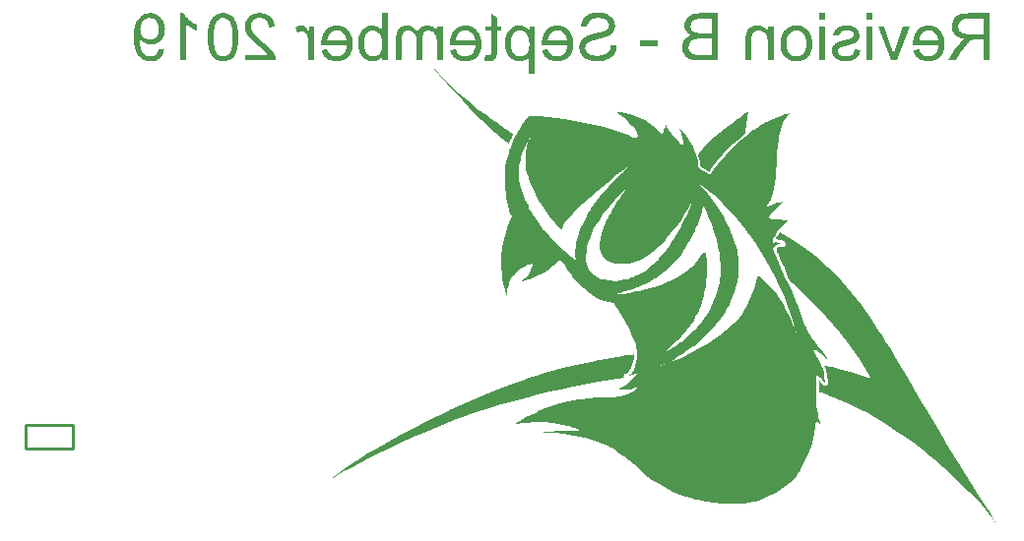
<source format=gbo>
G04*
G04 #@! TF.GenerationSoftware,Altium Limited,Altium Designer,19.1.7 (138)*
G04*
G04 Layer_Color=32896*
%FSLAX25Y25*%
%MOIN*%
G70*
G01*
G75*
%ADD11C,0.01000*%
G36*
X434560Y398727D02*
X432593D01*
Y400972D01*
X434560D01*
Y398727D01*
D02*
G37*
G36*
X418385D02*
X416418D01*
Y400972D01*
X418385D01*
Y398727D01*
D02*
G37*
G36*
X227411Y401018D02*
X227804Y400995D01*
X228174Y400926D01*
X228522Y400856D01*
X228846Y400764D01*
X229146Y400671D01*
X229424Y400556D01*
X229679Y400440D01*
X229910Y400324D01*
X230095Y400208D01*
X230257Y400116D01*
X230396Y400023D01*
X230512Y399954D01*
X230581Y399884D01*
X230627Y399861D01*
X230650Y399838D01*
X230882Y399607D01*
X231090Y399352D01*
X231298Y399075D01*
X231460Y398797D01*
X231738Y398241D01*
X231923Y397686D01*
X231993Y397432D01*
X232062Y397177D01*
X232108Y396969D01*
X232155Y396784D01*
X232178Y396622D01*
Y396506D01*
X232201Y396437D01*
Y396413D01*
X230188Y396205D01*
X230141Y396737D01*
X230049Y397200D01*
X229910Y397617D01*
X229748Y397941D01*
X229609Y398218D01*
X229470Y398404D01*
X229378Y398519D01*
X229331Y398565D01*
X228984Y398843D01*
X228614Y399051D01*
X228221Y399213D01*
X227874Y399306D01*
X227550Y399375D01*
X227272Y399398D01*
X227180Y399422D01*
X227041D01*
X226555Y399398D01*
X226115Y399306D01*
X225745Y399167D01*
X225421Y399028D01*
X225166Y398866D01*
X225004Y398751D01*
X224889Y398658D01*
X224842Y398612D01*
X224565Y398288D01*
X224356Y397964D01*
X224194Y397640D01*
X224102Y397316D01*
X224032Y397061D01*
X224009Y396830D01*
X223986Y396691D01*
Y396668D01*
Y396645D01*
X224032Y396228D01*
X224125Y395789D01*
X224287Y395395D01*
X224449Y395025D01*
X224634Y394724D01*
X224796Y394470D01*
X224842Y394377D01*
X224889Y394308D01*
X224935Y394285D01*
Y394261D01*
X225120Y394007D01*
X225351Y393752D01*
X225606Y393475D01*
X225884Y393197D01*
X226462Y392642D01*
X227041Y392086D01*
X227341Y391832D01*
X227596Y391600D01*
X227851Y391392D01*
X228059Y391207D01*
X228221Y391068D01*
X228360Y390952D01*
X228452Y390883D01*
X228475Y390860D01*
X229054Y390374D01*
X229586Y389911D01*
X230026Y389495D01*
X230373Y389147D01*
X230674Y388847D01*
X230882Y388638D01*
X230998Y388499D01*
X231044Y388476D01*
Y388453D01*
X231368Y388060D01*
X231622Y387690D01*
X231854Y387319D01*
X232039Y386995D01*
X232178Y386718D01*
X232270Y386509D01*
X232316Y386371D01*
X232340Y386348D01*
Y386324D01*
X232432Y386070D01*
X232478Y385838D01*
X232525Y385607D01*
X232548Y385399D01*
X232571Y385214D01*
Y385075D01*
Y384982D01*
Y384959D01*
X221950D01*
Y386857D01*
X229841D01*
X229563Y387250D01*
X229424Y387412D01*
X229308Y387574D01*
X229193Y387713D01*
X229100Y387805D01*
X229031Y387875D01*
X229008Y387898D01*
X228892Y388014D01*
X228753Y388129D01*
X228429Y388430D01*
X228059Y388777D01*
X227665Y389124D01*
X227295Y389425D01*
X227133Y389564D01*
X226994Y389703D01*
X226879Y389795D01*
X226786Y389865D01*
X226740Y389911D01*
X226717Y389934D01*
X226346Y390258D01*
X225976Y390559D01*
X225652Y390860D01*
X225351Y391114D01*
X225074Y391369D01*
X224842Y391600D01*
X224611Y391809D01*
X224426Y391994D01*
X224241Y392179D01*
X224102Y392318D01*
X223986Y392433D01*
X223870Y392549D01*
X223755Y392688D01*
X223709Y392734D01*
X223384Y393127D01*
X223107Y393475D01*
X222875Y393822D01*
X222690Y394099D01*
X222551Y394354D01*
X222459Y394539D01*
X222413Y394655D01*
X222390Y394701D01*
X222251Y395048D01*
X222158Y395395D01*
X222065Y395719D01*
X222019Y395997D01*
X221996Y396251D01*
X221973Y396437D01*
Y396552D01*
Y396599D01*
X221996Y396946D01*
X222042Y397270D01*
X222089Y397594D01*
X222181Y397871D01*
X222413Y398427D01*
X222644Y398866D01*
X222783Y399075D01*
X222899Y399236D01*
X223014Y399398D01*
X223130Y399514D01*
X223222Y399607D01*
X223269Y399699D01*
X223315Y399722D01*
X223338Y399746D01*
X223593Y399977D01*
X223870Y400185D01*
X224171Y400347D01*
X224472Y400486D01*
X225074Y400717D01*
X225675Y400879D01*
X225930Y400926D01*
X226184Y400972D01*
X226416Y400995D01*
X226601Y401018D01*
X226763Y401041D01*
X226994D01*
X227411Y401018D01*
D02*
G37*
G36*
X270359Y384959D02*
X268531D01*
Y386417D01*
X268299Y386116D01*
X268068Y385862D01*
X267813Y385630D01*
X267536Y385422D01*
X267281Y385260D01*
X267003Y385121D01*
X266749Y385005D01*
X266494Y384913D01*
X266032Y384797D01*
X265823Y384751D01*
X265661Y384728D01*
X265522D01*
X265407Y384705D01*
X265314D01*
X264944Y384728D01*
X264574Y384774D01*
X264227Y384843D01*
X263903Y384959D01*
X263278Y385214D01*
X263023Y385376D01*
X262769Y385514D01*
X262537Y385677D01*
X262352Y385815D01*
X262190Y385954D01*
X262028Y386070D01*
X261913Y386186D01*
X261843Y386255D01*
X261797Y386301D01*
X261774Y386324D01*
X261519Y386648D01*
X261288Y386995D01*
X261080Y387343D01*
X260918Y387736D01*
X260779Y388106D01*
X260663Y388499D01*
X260478Y389240D01*
X260408Y389587D01*
X260362Y389911D01*
X260339Y390189D01*
X260316Y390443D01*
X260293Y390652D01*
Y390790D01*
Y390906D01*
Y390929D01*
X260316Y391392D01*
X260339Y391832D01*
X260408Y392225D01*
X260478Y392572D01*
X260547Y392873D01*
X260594Y393104D01*
X260617Y393174D01*
X260640Y393243D01*
X260663Y393266D01*
Y393289D01*
X260802Y393683D01*
X260964Y394053D01*
X261126Y394377D01*
X261288Y394655D01*
X261427Y394863D01*
X261542Y395025D01*
X261612Y395141D01*
X261635Y395164D01*
X261866Y395442D01*
X262144Y395696D01*
X262399Y395904D01*
X262653Y396066D01*
X262861Y396205D01*
X263047Y396321D01*
X263162Y396367D01*
X263208Y396390D01*
X263556Y396529D01*
X263926Y396645D01*
X264273Y396714D01*
X264574Y396784D01*
X264828Y396807D01*
X265037Y396830D01*
X265222D01*
X265569Y396807D01*
X265916Y396761D01*
X266240Y396691D01*
X266541Y396575D01*
X267073Y396344D01*
X267536Y396043D01*
X267721Y395904D01*
X267906Y395765D01*
X268045Y395627D01*
X268160Y395511D01*
X268276Y395395D01*
X268345Y395326D01*
X268369Y395280D01*
X268392Y395256D01*
Y400972D01*
X270359D01*
Y384959D01*
D02*
G37*
G36*
X201494Y400648D02*
X201749Y400278D01*
X202049Y399907D01*
X202327Y399584D01*
X202605Y399306D01*
X202813Y399075D01*
X202906Y399005D01*
X202975Y398936D01*
X202998Y398913D01*
X203021Y398889D01*
X203507Y398496D01*
X203993Y398126D01*
X204456Y397802D01*
X204919Y397547D01*
X205312Y397316D01*
X205474Y397223D01*
X205613Y397154D01*
X205729Y397084D01*
X205821Y397061D01*
X205868Y397015D01*
X205891D01*
Y395118D01*
X205544Y395256D01*
X205196Y395418D01*
X204849Y395580D01*
X204525Y395742D01*
X204248Y395881D01*
X204016Y395997D01*
X203877Y396089D01*
X203854Y396113D01*
X203831D01*
X203415Y396367D01*
X203044Y396622D01*
X202720Y396853D01*
X202466Y397061D01*
X202235Y397223D01*
X202096Y397362D01*
X201980Y397455D01*
X201957Y397478D01*
Y384959D01*
X199990D01*
Y401041D01*
X201263D01*
X201494Y400648D01*
D02*
G37*
G36*
X284127Y396807D02*
X284520Y396737D01*
X284868Y396668D01*
X285168Y396575D01*
X285423Y396460D01*
X285608Y396390D01*
X285724Y396321D01*
X285770Y396298D01*
X286094Y396090D01*
X286372Y395858D01*
X286626Y395627D01*
X286834Y395395D01*
X286996Y395210D01*
X287135Y395048D01*
X287205Y394956D01*
X287228Y394909D01*
Y396575D01*
X288986D01*
Y384959D01*
X287019D01*
Y390975D01*
X286996Y391531D01*
X286973Y392017D01*
X286927Y392433D01*
X286858Y392780D01*
X286788Y393035D01*
X286742Y393220D01*
X286719Y393336D01*
X286696Y393382D01*
X286557Y393683D01*
X286395Y393937D01*
X286233Y394169D01*
X286071Y394354D01*
X285909Y394493D01*
X285793Y394585D01*
X285700Y394655D01*
X285677Y394678D01*
X285400Y394817D01*
X285145Y394933D01*
X284868Y395002D01*
X284636Y395071D01*
X284451Y395094D01*
X284289Y395118D01*
X284150D01*
X283757Y395094D01*
X283433Y395025D01*
X283155Y394909D01*
X282947Y394794D01*
X282785Y394655D01*
X282669Y394562D01*
X282600Y394470D01*
X282577Y394446D01*
X282415Y394169D01*
X282299Y393868D01*
X282206Y393544D01*
X282160Y393220D01*
X282114Y392942D01*
X282091Y392688D01*
Y392595D01*
Y392549D01*
Y392503D01*
Y392480D01*
Y384959D01*
X280124D01*
Y391693D01*
X280078Y392318D01*
X279985Y392850D01*
X279869Y393289D01*
X279707Y393660D01*
X279568Y393937D01*
X279430Y394123D01*
X279337Y394238D01*
X279314Y394285D01*
X278990Y394562D01*
X278643Y394771D01*
X278296Y394909D01*
X277972Y395025D01*
X277694Y395071D01*
X277463Y395094D01*
X277370Y395118D01*
X277254D01*
X277000Y395094D01*
X276792Y395071D01*
X276583Y395025D01*
X276421Y394956D01*
X276259Y394886D01*
X276167Y394840D01*
X276097Y394817D01*
X276074Y394794D01*
X275889Y394655D01*
X275750Y394516D01*
X275635Y394377D01*
X275542Y394238D01*
X275473Y394123D01*
X275426Y394030D01*
X275380Y393961D01*
Y393937D01*
X275311Y393729D01*
X275264Y393451D01*
X275241Y393174D01*
X275218Y392896D01*
X275195Y392642D01*
Y392433D01*
Y392295D01*
Y392271D01*
Y392248D01*
Y384959D01*
X273228Y384959D01*
Y392919D01*
Y393289D01*
X273274Y393614D01*
X273321Y393937D01*
X273367Y394215D01*
X273436Y394493D01*
X273529Y394724D01*
X273598Y394933D01*
X273691Y395141D01*
X273783Y395303D01*
X273853Y395465D01*
X274015Y395673D01*
X274107Y395812D01*
X274154Y395858D01*
X274524Y396182D01*
X274964Y396413D01*
X275403Y396599D01*
X275820Y396714D01*
X276213Y396784D01*
X276375Y396807D01*
X276537D01*
X276653Y396830D01*
X276815D01*
X277231Y396807D01*
X277602Y396737D01*
X277972Y396645D01*
X278319Y396506D01*
X278643Y396344D01*
X278944Y396182D01*
X279198Y395997D01*
X279453Y395812D01*
X279684Y395603D01*
X279869Y395418D01*
X280031Y395256D01*
X280170Y395094D01*
X280286Y394956D01*
X280355Y394863D01*
X280401Y394794D01*
X280425Y394771D01*
X280563Y395118D01*
X280749Y395418D01*
X280957Y395673D01*
X281142Y395881D01*
X281327Y396066D01*
X281466Y396182D01*
X281558Y396252D01*
X281605Y396275D01*
X281929Y396460D01*
X282276Y396599D01*
X282623Y396691D01*
X282970Y396761D01*
X283248Y396807D01*
X283502Y396830D01*
X283711D01*
X284127Y396807D01*
D02*
G37*
G36*
X190317Y401018D02*
X190688Y400972D01*
X191058Y400903D01*
X191382Y400810D01*
X192007Y400556D01*
X192284Y400440D01*
X192516Y400301D01*
X192747Y400139D01*
X192932Y400023D01*
X193117Y399884D01*
X193256Y399769D01*
X193372Y399676D01*
X193441Y399607D01*
X193488Y399560D01*
X193511Y399537D01*
X193765Y399260D01*
X193974Y398936D01*
X194182Y398635D01*
X194344Y398311D01*
X194483Y397964D01*
X194598Y397640D01*
X194760Y397038D01*
X194830Y396737D01*
X194876Y396483D01*
X194899Y396228D01*
X194922Y396020D01*
X194945Y395858D01*
Y395742D01*
Y395650D01*
Y395627D01*
X194922Y395187D01*
X194876Y394794D01*
X194830Y394400D01*
X194737Y394030D01*
X194622Y393706D01*
X194506Y393382D01*
X194390Y393104D01*
X194251Y392850D01*
X194135Y392618D01*
X194020Y392410D01*
X193904Y392248D01*
X193788Y392086D01*
X193696Y391970D01*
X193650Y391901D01*
X193603Y391855D01*
X193580Y391832D01*
X193326Y391577D01*
X193048Y391369D01*
X192770Y391161D01*
X192470Y390999D01*
X192192Y390860D01*
X191914Y390744D01*
X191382Y390582D01*
X191150Y390513D01*
X190919Y390466D01*
X190734Y390443D01*
X190549Y390420D01*
X190410Y390397D01*
X190225D01*
X189785Y390420D01*
X189369Y390490D01*
X188998Y390582D01*
X188651Y390698D01*
X188397Y390790D01*
X188189Y390883D01*
X188050Y390952D01*
X188003Y390975D01*
X187633Y391207D01*
X187309Y391461D01*
X187032Y391716D01*
X186800Y391947D01*
X186638Y392179D01*
X186499Y392341D01*
X186407Y392457D01*
X186384Y392503D01*
Y392318D01*
Y392202D01*
Y392132D01*
Y392109D01*
X186407Y391647D01*
X186430Y391207D01*
X186476Y390813D01*
X186522Y390443D01*
X186592Y390142D01*
X186638Y389911D01*
X186661Y389819D01*
Y389749D01*
X186685Y389726D01*
Y389703D01*
X186800Y389286D01*
X186916Y388916D01*
X187032Y388592D01*
X187147Y388314D01*
X187240Y388106D01*
X187332Y387944D01*
X187379Y387828D01*
X187402Y387805D01*
X187587Y387551D01*
X187772Y387343D01*
X187957Y387157D01*
X188142Y386995D01*
X188281Y386857D01*
X188420Y386764D01*
X188513Y386718D01*
X188536Y386695D01*
X188790Y386556D01*
X189068Y386463D01*
X189322Y386394D01*
X189577Y386348D01*
X189785Y386324D01*
X189947Y386301D01*
X190109D01*
X190479Y386324D01*
X190826Y386394D01*
X191127Y386486D01*
X191382Y386602D01*
X191567Y386695D01*
X191729Y386787D01*
X191822Y386857D01*
X191845Y386880D01*
X192076Y387134D01*
X192261Y387435D01*
X192423Y387759D01*
X192539Y388083D01*
X192631Y388361D01*
X192701Y388615D01*
X192724Y388708D01*
Y388754D01*
X192747Y388800D01*
Y388824D01*
X194645Y388662D01*
X194506Y387990D01*
X194321Y387412D01*
X194089Y386903D01*
X193858Y386486D01*
X193626Y386162D01*
X193511Y386023D01*
X193418Y385908D01*
X193349Y385838D01*
X193279Y385769D01*
X193256Y385746D01*
X193233Y385723D01*
X193002Y385538D01*
X192747Y385376D01*
X192238Y385121D01*
X191729Y384936D01*
X191243Y384820D01*
X190803Y384728D01*
X190618Y384705D01*
X190456D01*
X190341Y384681D01*
X190155D01*
X189507Y384728D01*
X188929Y384820D01*
X188397Y384982D01*
X187957Y385167D01*
X187772Y385237D01*
X187587Y385329D01*
X187448Y385422D01*
X187309Y385491D01*
X187217Y385538D01*
X187147Y385584D01*
X187101Y385630D01*
X187078D01*
X186615Y386023D01*
X186198Y386463D01*
X185875Y386926D01*
X185597Y387366D01*
X185365Y387759D01*
X185273Y387944D01*
X185204Y388083D01*
X185157Y388222D01*
X185111Y388314D01*
X185088Y388361D01*
Y388384D01*
X184972Y388731D01*
X184856Y389124D01*
X184694Y389911D01*
X184579Y390744D01*
X184509Y391531D01*
X184463Y391878D01*
X184440Y392225D01*
Y392526D01*
X184417Y392780D01*
Y392989D01*
Y393151D01*
Y393266D01*
Y393289D01*
Y393822D01*
X184440Y394331D01*
X184486Y394794D01*
X184532Y395233D01*
X184579Y395627D01*
X184625Y395997D01*
X184694Y396344D01*
X184764Y396645D01*
X184833Y396899D01*
X184880Y397131D01*
X184949Y397339D01*
X184995Y397501D01*
X185041Y397617D01*
X185088Y397709D01*
X185111Y397756D01*
Y397779D01*
X185389Y398334D01*
X185689Y398820D01*
X186037Y399236D01*
X186337Y399584D01*
X186638Y399838D01*
X186870Y400023D01*
X186962Y400093D01*
X187032Y400139D01*
X187055Y400185D01*
X187078D01*
X187564Y400463D01*
X188050Y400671D01*
X188536Y400833D01*
X188975Y400926D01*
X189369Y400995D01*
X189531Y401018D01*
X189646D01*
X189762Y401041D01*
X189924D01*
X190317Y401018D01*
D02*
G37*
G36*
X361924Y389772D02*
X355838D01*
Y391739D01*
X361924D01*
Y389772D01*
D02*
G37*
G36*
X442613Y384959D02*
X440738D01*
X436319Y396575D01*
X438355D01*
X440924Y389472D01*
X441086Y389009D01*
X441248Y388592D01*
X441363Y388199D01*
X441479Y387898D01*
X441548Y387620D01*
X441618Y387435D01*
X441641Y387319D01*
X441664Y387273D01*
X441803Y387713D01*
X441919Y388153D01*
X442058Y388546D01*
X442173Y388893D01*
X442266Y389194D01*
X442335Y389425D01*
X442358Y389495D01*
X442381Y389564D01*
X442405Y389587D01*
Y389610D01*
X444904Y396575D01*
X446986Y396575D01*
X442613Y384959D01*
D02*
G37*
G36*
X307313Y399445D02*
Y396575D01*
X308771D01*
Y395048D01*
X307313D01*
Y388338D01*
Y388014D01*
Y387736D01*
X307290Y387481D01*
X307267Y387227D01*
Y387019D01*
X307244Y386834D01*
X307198Y386533D01*
X307151Y386301D01*
X307128Y386139D01*
X307082Y386047D01*
Y386024D01*
X306989Y385815D01*
X306851Y385653D01*
X306712Y385491D01*
X306596Y385376D01*
X306457Y385260D01*
X306364Y385191D01*
X306295Y385144D01*
X306272Y385121D01*
X306017Y385005D01*
X305763Y384936D01*
X305485Y384867D01*
X305207Y384843D01*
X304976Y384820D01*
X304791Y384797D01*
X304606D01*
X304097Y384820D01*
X303842Y384843D01*
X303611Y384890D01*
X303403Y384913D01*
X303241Y384936D01*
X303148Y384959D01*
X303102D01*
X303356Y386695D01*
X303541Y386671D01*
X303727Y386648D01*
X303889D01*
X304004Y386625D01*
X304236D01*
X304537Y386648D01*
X304745Y386695D01*
X304860Y386741D01*
X304907Y386764D01*
X305069Y386880D01*
X305161Y386995D01*
X305231Y387088D01*
X305254Y387134D01*
X305277Y387250D01*
X305300Y387412D01*
X305323Y387782D01*
X305346Y387944D01*
Y388083D01*
Y388176D01*
Y388222D01*
Y395048D01*
X303356D01*
Y396575D01*
X305346D01*
Y400625D01*
X307313Y399445D01*
D02*
G37*
G36*
X453905Y396807D02*
X454322Y396761D01*
X454715Y396691D01*
X455085Y396575D01*
X455432Y396460D01*
X455756Y396321D01*
X456057Y396182D01*
X456312Y396020D01*
X456566Y395881D01*
X456775Y395719D01*
X456960Y395580D01*
X457098Y395465D01*
X457214Y395349D01*
X457307Y395280D01*
X457353Y395233D01*
X457376Y395210D01*
X457631Y394886D01*
X457862Y394539D01*
X458070Y394192D01*
X458255Y393822D01*
X458394Y393428D01*
X458510Y393058D01*
X458695Y392318D01*
X458765Y391994D01*
X458811Y391670D01*
X458834Y391392D01*
X458857Y391138D01*
X458880Y390929D01*
Y390790D01*
Y390675D01*
Y390652D01*
X458857Y390142D01*
X458811Y389657D01*
X458741Y389194D01*
X458649Y388777D01*
X458533Y388384D01*
X458418Y388014D01*
X458279Y387690D01*
X458140Y387389D01*
X458001Y387134D01*
X457862Y386903D01*
X457746Y386718D01*
X457631Y386556D01*
X457538Y386417D01*
X457469Y386324D01*
X457422Y386278D01*
X457399Y386255D01*
X457098Y385977D01*
X456798Y385746D01*
X456474Y385538D01*
X456127Y385352D01*
X455803Y385214D01*
X455456Y385075D01*
X454808Y384890D01*
X454507Y384843D01*
X454229Y384797D01*
X453975Y384751D01*
X453766Y384728D01*
X453604Y384705D01*
X453350D01*
X452633Y384751D01*
X451985Y384867D01*
X451406Y385005D01*
X451175Y385098D01*
X450943Y385191D01*
X450735Y385283D01*
X450550Y385376D01*
X450411Y385445D01*
X450272Y385514D01*
X450180Y385584D01*
X450110Y385630D01*
X450064Y385677D01*
X450041D01*
X449578Y386093D01*
X449208Y386533D01*
X448884Y386996D01*
X448652Y387435D01*
X448467Y387828D01*
X448398Y388014D01*
X448328Y388153D01*
X448282Y388291D01*
X448259Y388384D01*
X448236Y388430D01*
Y388453D01*
X450272Y388708D01*
X450457Y388268D01*
X450666Y387898D01*
X450874Y387574D01*
X451059Y387319D01*
X451221Y387134D01*
X451360Y386996D01*
X451475Y386903D01*
X451499Y386880D01*
X451799Y386695D01*
X452100Y386556D01*
X452424Y386463D01*
X452702Y386394D01*
X452956Y386348D01*
X453165Y386324D01*
X453350D01*
X453627Y386348D01*
X453882Y386371D01*
X454345Y386486D01*
X454761Y386648D01*
X455132Y386834D01*
X455409Y386996D01*
X455618Y387158D01*
X455756Y387273D01*
X455780Y387319D01*
X455803D01*
X456127Y387736D01*
X456381Y388199D01*
X456566Y388708D01*
X456705Y389171D01*
X456775Y389587D01*
X456821Y389772D01*
X456844Y389934D01*
Y390073D01*
X456867Y390166D01*
Y390235D01*
Y390258D01*
X448190D01*
X448167Y390490D01*
Y390652D01*
Y390744D01*
Y390767D01*
X448190Y391300D01*
X448236Y391786D01*
X448305Y392248D01*
X448398Y392688D01*
X448514Y393081D01*
X448629Y393451D01*
X448768Y393776D01*
X448907Y394076D01*
X449046Y394354D01*
X449185Y394585D01*
X449300Y394771D01*
X449416Y394933D01*
X449509Y395071D01*
X449578Y395164D01*
X449624Y395210D01*
X449647Y395233D01*
X449925Y395511D01*
X450226Y395765D01*
X450550Y395974D01*
X450874Y396159D01*
X451198Y396321D01*
X451499Y396437D01*
X451823Y396552D01*
X452100Y396622D01*
X452401Y396691D01*
X452656Y396737D01*
X452887Y396784D01*
X453072Y396807D01*
X453234Y396830D01*
X453466D01*
X453905Y396807D01*
D02*
G37*
G36*
X328232Y396807D02*
X328648Y396761D01*
X329042Y396691D01*
X329412Y396575D01*
X329759Y396460D01*
X330083Y396321D01*
X330384Y396182D01*
X330638Y396020D01*
X330893Y395881D01*
X331101Y395719D01*
X331286Y395580D01*
X331425Y395465D01*
X331541Y395349D01*
X331633Y395280D01*
X331680Y395233D01*
X331703Y395210D01*
X331957Y394886D01*
X332189Y394539D01*
X332397Y394192D01*
X332582Y393822D01*
X332721Y393428D01*
X332837Y393058D01*
X333022Y392318D01*
X333091Y391994D01*
X333137Y391670D01*
X333161Y391392D01*
X333184Y391138D01*
X333207Y390929D01*
Y390790D01*
Y390675D01*
Y390652D01*
X333184Y390142D01*
X333137Y389657D01*
X333068Y389194D01*
X332976Y388777D01*
X332860Y388384D01*
X332744Y388014D01*
X332605Y387690D01*
X332467Y387389D01*
X332328Y387134D01*
X332189Y386903D01*
X332073Y386718D01*
X331957Y386556D01*
X331865Y386417D01*
X331795Y386324D01*
X331749Y386278D01*
X331726Y386255D01*
X331425Y385977D01*
X331124Y385746D01*
X330800Y385538D01*
X330453Y385352D01*
X330129Y385214D01*
X329782Y385075D01*
X329134Y384890D01*
X328834Y384843D01*
X328556Y384797D01*
X328301Y384751D01*
X328093Y384728D01*
X327931Y384705D01*
X327677D01*
X326959Y384751D01*
X326311Y384867D01*
X325733Y385005D01*
X325501Y385098D01*
X325270Y385191D01*
X325062Y385283D01*
X324876Y385376D01*
X324738Y385445D01*
X324599Y385514D01*
X324506Y385584D01*
X324437Y385630D01*
X324391Y385677D01*
X324367D01*
X323905Y386093D01*
X323534Y386533D01*
X323211Y386995D01*
X322979Y387435D01*
X322794Y387828D01*
X322725Y388014D01*
X322655Y388152D01*
X322609Y388291D01*
X322586Y388384D01*
X322563Y388430D01*
Y388453D01*
X324599Y388708D01*
X324784Y388268D01*
X324992Y387898D01*
X325201Y387574D01*
X325386Y387319D01*
X325548Y387134D01*
X325686Y386995D01*
X325802Y386903D01*
X325825Y386880D01*
X326126Y386695D01*
X326427Y386556D01*
X326751Y386463D01*
X327029Y386394D01*
X327283Y386348D01*
X327491Y386324D01*
X327677D01*
X327954Y386348D01*
X328209Y386371D01*
X328672Y386486D01*
X329088Y386648D01*
X329458Y386834D01*
X329736Y386995D01*
X329944Y387157D01*
X330083Y387273D01*
X330106Y387319D01*
X330129D01*
X330453Y387736D01*
X330708Y388199D01*
X330893Y388708D01*
X331032Y389171D01*
X331101Y389587D01*
X331148Y389772D01*
X331171Y389934D01*
Y390073D01*
X331194Y390166D01*
Y390235D01*
Y390258D01*
X322516Y390258D01*
X322493Y390490D01*
Y390652D01*
Y390744D01*
Y390767D01*
X322516Y391300D01*
X322563Y391785D01*
X322632Y392248D01*
X322725Y392688D01*
X322840Y393081D01*
X322956Y393451D01*
X323095Y393776D01*
X323234Y394076D01*
X323372Y394354D01*
X323511Y394585D01*
X323627Y394771D01*
X323743Y394933D01*
X323835Y395071D01*
X323905Y395164D01*
X323951Y395210D01*
X323974Y395233D01*
X324252Y395511D01*
X324553Y395765D01*
X324876Y395974D01*
X325201Y396159D01*
X325524Y396321D01*
X325825Y396437D01*
X326149Y396552D01*
X326427Y396622D01*
X326728Y396691D01*
X326982Y396737D01*
X327214Y396784D01*
X327399Y396807D01*
X327561Y396830D01*
X327792D01*
X328232Y396807D01*
D02*
G37*
G36*
X297109D02*
X297525Y396761D01*
X297918Y396691D01*
X298289Y396575D01*
X298636Y396460D01*
X298960Y396321D01*
X299261Y396182D01*
X299515Y396020D01*
X299770Y395881D01*
X299978Y395719D01*
X300163Y395580D01*
X300302Y395465D01*
X300418Y395349D01*
X300510Y395280D01*
X300556Y395233D01*
X300580Y395210D01*
X300834Y394886D01*
X301065Y394539D01*
X301274Y394192D01*
X301459Y393822D01*
X301598Y393428D01*
X301713Y393058D01*
X301899Y392318D01*
X301968Y391994D01*
X302014Y391670D01*
X302037Y391392D01*
X302061Y391138D01*
X302084Y390929D01*
Y390790D01*
Y390675D01*
Y390652D01*
X302061Y390142D01*
X302014Y389657D01*
X301945Y389194D01*
X301852Y388777D01*
X301736Y388384D01*
X301621Y388014D01*
X301482Y387690D01*
X301343Y387389D01*
X301204Y387134D01*
X301065Y386903D01*
X300950Y386718D01*
X300834Y386556D01*
X300742Y386417D01*
X300672Y386324D01*
X300626Y386278D01*
X300603Y386255D01*
X300302Y385977D01*
X300001Y385746D01*
X299677Y385538D01*
X299330Y385352D01*
X299006Y385214D01*
X298659Y385075D01*
X298011Y384890D01*
X297710Y384843D01*
X297432Y384797D01*
X297178Y384751D01*
X296970Y384728D01*
X296808Y384705D01*
X296553D01*
X295836Y384751D01*
X295188Y384867D01*
X294609Y385005D01*
X294378Y385098D01*
X294147Y385191D01*
X293938Y385283D01*
X293753Y385376D01*
X293614Y385445D01*
X293476Y385514D01*
X293383Y385584D01*
X293314Y385630D01*
X293267Y385677D01*
X293244D01*
X292781Y386093D01*
X292411Y386533D01*
X292087Y386995D01*
X291856Y387435D01*
X291671Y387828D01*
X291601Y388014D01*
X291532Y388152D01*
X291486Y388291D01*
X291462Y388384D01*
X291439Y388430D01*
Y388453D01*
X293476Y388708D01*
X293661Y388268D01*
X293869Y387898D01*
X294077Y387574D01*
X294262Y387319D01*
X294424Y387134D01*
X294563Y386995D01*
X294679Y386903D01*
X294702Y386880D01*
X295003Y386695D01*
X295304Y386556D01*
X295628Y386463D01*
X295905Y386394D01*
X296160Y386348D01*
X296368Y386324D01*
X296553D01*
X296831Y386348D01*
X297085Y386371D01*
X297548Y386486D01*
X297965Y386648D01*
X298335Y386834D01*
X298613Y386995D01*
X298821Y387157D01*
X298960Y387273D01*
X298983Y387319D01*
X299006D01*
X299330Y387736D01*
X299585Y388199D01*
X299770Y388708D01*
X299908Y389171D01*
X299978Y389587D01*
X300024Y389772D01*
X300047Y389934D01*
Y390073D01*
X300071Y390166D01*
Y390235D01*
Y390258D01*
X291393D01*
X291370Y390490D01*
Y390652D01*
Y390744D01*
Y390767D01*
X291393Y391300D01*
X291439Y391785D01*
X291509Y392248D01*
X291601Y392688D01*
X291717Y393081D01*
X291833Y393451D01*
X291971Y393776D01*
X292110Y394076D01*
X292249Y394354D01*
X292388Y394585D01*
X292504Y394771D01*
X292619Y394933D01*
X292712Y395071D01*
X292781Y395164D01*
X292828Y395210D01*
X292851Y395233D01*
X293128Y395511D01*
X293429Y395765D01*
X293753Y395974D01*
X294077Y396159D01*
X294401Y396321D01*
X294702Y396437D01*
X295026Y396552D01*
X295304Y396622D01*
X295604Y396691D01*
X295859Y396737D01*
X296090Y396784D01*
X296275Y396807D01*
X296438Y396830D01*
X296669D01*
X297109Y396807D01*
D02*
G37*
G36*
X253559Y396807D02*
X253976Y396761D01*
X254369Y396691D01*
X254739Y396575D01*
X255086Y396460D01*
X255410Y396321D01*
X255711Y396182D01*
X255966Y396020D01*
X256220Y395881D01*
X256428Y395719D01*
X256613Y395580D01*
X256752Y395465D01*
X256868Y395349D01*
X256961Y395280D01*
X257007Y395233D01*
X257030Y395210D01*
X257285Y394886D01*
X257516Y394539D01*
X257724Y394192D01*
X257909Y393822D01*
X258048Y393428D01*
X258164Y393058D01*
X258349Y392318D01*
X258418Y391994D01*
X258465Y391670D01*
X258488Y391392D01*
X258511Y391138D01*
X258534Y390929D01*
Y390790D01*
Y390675D01*
Y390652D01*
X258511Y390142D01*
X258465Y389656D01*
X258395Y389194D01*
X258303Y388777D01*
X258187Y388384D01*
X258071Y388014D01*
X257932Y387690D01*
X257794Y387389D01*
X257655Y387134D01*
X257516Y386903D01*
X257400Y386718D01*
X257285Y386556D01*
X257192Y386417D01*
X257123Y386324D01*
X257076Y386278D01*
X257053Y386255D01*
X256752Y385977D01*
X256452Y385746D01*
X256128Y385538D01*
X255781Y385352D01*
X255456Y385214D01*
X255109Y385075D01*
X254462Y384890D01*
X254161Y384843D01*
X253883Y384797D01*
X253628Y384751D01*
X253420Y384728D01*
X253258Y384705D01*
X253004D01*
X252286Y384751D01*
X251638Y384867D01*
X251060Y385005D01*
X250829Y385098D01*
X250597Y385191D01*
X250389Y385283D01*
X250204Y385376D01*
X250065Y385445D01*
X249926Y385514D01*
X249833Y385584D01*
X249764Y385630D01*
X249718Y385677D01*
X249695D01*
X249232Y386093D01*
X248862Y386533D01*
X248538Y386995D01*
X248306Y387435D01*
X248121Y387828D01*
X248052Y388014D01*
X247982Y388152D01*
X247936Y388291D01*
X247913Y388384D01*
X247890Y388430D01*
Y388453D01*
X249926Y388708D01*
X250111Y388268D01*
X250320Y387898D01*
X250528Y387574D01*
X250713Y387319D01*
X250875Y387134D01*
X251014Y386995D01*
X251129Y386903D01*
X251152Y386880D01*
X251453Y386695D01*
X251754Y386556D01*
X252078Y386463D01*
X252356Y386394D01*
X252610Y386348D01*
X252819Y386324D01*
X253004D01*
X253281Y386348D01*
X253536Y386371D01*
X253999Y386486D01*
X254415Y386648D01*
X254785Y386834D01*
X255063Y386995D01*
X255271Y387157D01*
X255410Y387273D01*
X255433Y387319D01*
X255456D01*
X255781Y387736D01*
X256035Y388199D01*
X256220Y388708D01*
X256359Y389171D01*
X256428Y389587D01*
X256475Y389772D01*
X256498Y389934D01*
Y390073D01*
X256521Y390166D01*
Y390235D01*
Y390258D01*
X247844D01*
X247820Y390490D01*
Y390652D01*
Y390744D01*
Y390767D01*
X247844Y391300D01*
X247890Y391785D01*
X247959Y392248D01*
X248052Y392688D01*
X248167Y393081D01*
X248283Y393451D01*
X248422Y393776D01*
X248561Y394076D01*
X248700Y394354D01*
X248838Y394585D01*
X248954Y394771D01*
X249070Y394933D01*
X249163Y395071D01*
X249232Y395164D01*
X249278Y395210D01*
X249301Y395233D01*
X249579Y395511D01*
X249880Y395765D01*
X250204Y395974D01*
X250528Y396159D01*
X250852Y396321D01*
X251152Y396437D01*
X251477Y396552D01*
X251754Y396622D01*
X252055Y396691D01*
X252309Y396737D01*
X252541Y396784D01*
X252726Y396807D01*
X252888Y396830D01*
X253119D01*
X253559Y396807D01*
D02*
G37*
G36*
X474083Y384959D02*
X471954D01*
Y392063D01*
X469224D01*
X468969Y392040D01*
X468784D01*
X468622Y392017D01*
X468506Y391994D01*
X468414D01*
X468368Y391971D01*
X468344D01*
X467974Y391855D01*
X467812Y391786D01*
X467673Y391716D01*
X467535Y391647D01*
X467442Y391600D01*
X467396Y391577D01*
X467373Y391554D01*
X467188Y391415D01*
X467002Y391253D01*
X466655Y390906D01*
X466493Y390744D01*
X466378Y390605D01*
X466308Y390513D01*
X466285Y390490D01*
X466054Y390166D01*
X465799Y389819D01*
X465545Y389448D01*
X465290Y389101D01*
X465082Y388777D01*
X464920Y388523D01*
X464850Y388430D01*
X464804Y388361D01*
X464758Y388315D01*
Y388291D01*
X462652Y384959D01*
X460014D01*
X462768Y389310D01*
X463092Y389772D01*
X463393Y390189D01*
X463693Y390536D01*
X463948Y390860D01*
X464179Y391091D01*
X464364Y391276D01*
X464480Y391392D01*
X464526Y391438D01*
X464712Y391577D01*
X464920Y391739D01*
X465336Y391994D01*
X465521Y392086D01*
X465660Y392179D01*
X465753Y392225D01*
X465799Y392248D01*
X465383Y392318D01*
X464989Y392387D01*
X464642Y392503D01*
X464295Y392595D01*
X463994Y392711D01*
X463717Y392850D01*
X463462Y392966D01*
X463231Y393081D01*
X463046Y393220D01*
X462860Y393336D01*
X462721Y393428D01*
X462606Y393521D01*
X462513Y393590D01*
X462444Y393660D01*
X462421Y393683D01*
X462398Y393706D01*
X462212Y393937D01*
X462027Y394169D01*
X461750Y394655D01*
X461564Y395141D01*
X461426Y395604D01*
X461333Y395997D01*
X461310Y396159D01*
Y396321D01*
X461287Y396437D01*
Y396529D01*
Y396575D01*
Y396599D01*
X461310Y397084D01*
X461379Y397524D01*
X461495Y397941D01*
X461611Y398288D01*
X461750Y398589D01*
X461842Y398820D01*
X461935Y398959D01*
X461958Y398982D01*
Y399005D01*
X462236Y399375D01*
X462513Y399699D01*
X462814Y399977D01*
X463092Y400185D01*
X463346Y400347D01*
X463555Y400440D01*
X463693Y400509D01*
X463717Y400532D01*
X463740D01*
X463948Y400602D01*
X464202Y400671D01*
X464712Y400787D01*
X465267Y400856D01*
X465776Y400926D01*
X466262Y400949D01*
X466470D01*
X466655Y400972D01*
X474083D01*
Y384959D01*
D02*
G37*
G36*
X434560Y384959D02*
X432593D01*
Y396575D01*
X434560D01*
Y384959D01*
D02*
G37*
G36*
X418385D02*
X416418D01*
Y396575D01*
X418385D01*
Y384959D01*
D02*
G37*
G36*
X395963Y396807D02*
X396379Y396737D01*
X396749Y396645D01*
X397120Y396529D01*
X397444Y396390D01*
X397744Y396228D01*
X398022Y396043D01*
X398253Y395881D01*
X398485Y395696D01*
X398670Y395511D01*
X398832Y395349D01*
X398971Y395210D01*
X399063Y395094D01*
X399133Y395002D01*
X399179Y394933D01*
X399202Y394909D01*
Y396575D01*
X400961D01*
Y384959D01*
X398994D01*
Y391276D01*
Y391670D01*
X398948Y392063D01*
X398901Y392387D01*
X398855Y392688D01*
X398786Y392966D01*
X398716Y393220D01*
X398624Y393451D01*
X398531Y393637D01*
X398462Y393799D01*
X398369Y393937D01*
X398300Y394053D01*
X398230Y394146D01*
X398138Y394261D01*
X398092Y394308D01*
X397744Y394585D01*
X397374Y394771D01*
X397004Y394909D01*
X396680Y395025D01*
X396379Y395071D01*
X396148Y395094D01*
X396055Y395118D01*
X395939D01*
X395662Y395094D01*
X395384Y395071D01*
X395153Y395002D01*
X394968Y394933D01*
X394806Y394863D01*
X394667Y394817D01*
X394597Y394771D01*
X394574Y394747D01*
X394366Y394608D01*
X394181Y394446D01*
X394042Y394285D01*
X393926Y394146D01*
X393857Y394007D01*
X393788Y393891D01*
X393741Y393822D01*
Y393799D01*
X393672Y393544D01*
X393602Y393266D01*
X393556Y392966D01*
X393533Y392665D01*
X393510Y392410D01*
Y392202D01*
Y392040D01*
Y392017D01*
Y391994D01*
Y384959D01*
X391543D01*
Y392086D01*
Y392572D01*
X391566Y392966D01*
X391589Y393290D01*
Y393567D01*
X391612Y393752D01*
X391635Y393891D01*
X391659Y393984D01*
Y394007D01*
X391728Y394308D01*
X391844Y394585D01*
X391936Y394817D01*
X392029Y395048D01*
X392144Y395210D01*
X392214Y395326D01*
X392260Y395418D01*
X392283Y395442D01*
X392469Y395673D01*
X392677Y395858D01*
X392885Y396043D01*
X393116Y396182D01*
X393302Y396298D01*
X393463Y396367D01*
X393556Y396413D01*
X393602Y396437D01*
X393926Y396575D01*
X394273Y396668D01*
X394597Y396737D01*
X394898Y396784D01*
X395153Y396807D01*
X395338Y396830D01*
X395523D01*
X395963Y396807D01*
D02*
G37*
G36*
X382125Y384959D02*
X376016D01*
X375461Y384982D01*
X374975Y385005D01*
X374535Y385052D01*
X374165Y385098D01*
X373864Y385144D01*
X373633Y385167D01*
X373494Y385214D01*
X373447D01*
X373054Y385329D01*
X372730Y385445D01*
X372429Y385584D01*
X372175Y385723D01*
X371966Y385815D01*
X371804Y385908D01*
X371712Y385977D01*
X371689Y386000D01*
X371434Y386209D01*
X371203Y386463D01*
X371018Y386718D01*
X370833Y386949D01*
X370694Y387181D01*
X370601Y387343D01*
X370532Y387458D01*
X370509Y387505D01*
X370347Y387875D01*
X370231Y388245D01*
X370138Y388592D01*
X370092Y388916D01*
X370046Y389194D01*
X370023Y389425D01*
Y389564D01*
Y389587D01*
Y389610D01*
X370046Y390119D01*
X370138Y390582D01*
X370277Y390975D01*
X370416Y391346D01*
X370555Y391623D01*
X370694Y391832D01*
X370786Y391971D01*
X370809Y392017D01*
X371133Y392387D01*
X371480Y392688D01*
X371874Y392942D01*
X372221Y393151D01*
X372545Y393313D01*
X372823Y393405D01*
X372915Y393451D01*
X372985Y393475D01*
X373031Y393498D01*
X373054D01*
X372661Y393729D01*
X372313Y393961D01*
X372036Y394215D01*
X371804Y394446D01*
X371619Y394632D01*
X371480Y394817D01*
X371411Y394909D01*
X371388Y394956D01*
X371203Y395303D01*
X371064Y395627D01*
X370948Y395951D01*
X370879Y396252D01*
X370833Y396506D01*
X370809Y396714D01*
Y396830D01*
Y396876D01*
X370833Y397270D01*
X370902Y397663D01*
X371018Y398010D01*
X371133Y398334D01*
X371249Y398612D01*
X371365Y398797D01*
X371434Y398936D01*
X371457Y398982D01*
X371712Y399329D01*
X371990Y399653D01*
X372290Y399908D01*
X372568Y400116D01*
X372799Y400278D01*
X373008Y400393D01*
X373147Y400463D01*
X373170Y400486D01*
X373193D01*
X373633Y400648D01*
X374118Y400764D01*
X374604Y400856D01*
X375067Y400903D01*
X375484Y400949D01*
X375669D01*
X375831Y400972D01*
X382125D01*
Y384959D01*
D02*
G37*
G36*
X241411Y396807D02*
X241642Y396761D01*
X241873Y396691D01*
X242058Y396622D01*
X242197Y396552D01*
X242336Y396483D01*
X242406Y396437D01*
X242429Y396413D01*
X242637Y396228D01*
X242845Y395997D01*
X243054Y395719D01*
X243239Y395465D01*
X243424Y395210D01*
X243539Y395002D01*
X243632Y394840D01*
X243655Y394817D01*
Y396575D01*
X245437D01*
Y384959D01*
X243470D01*
Y391022D01*
X243447Y391485D01*
X243424Y391901D01*
X243377Y392295D01*
X243308Y392642D01*
X243239Y392919D01*
X243192Y393127D01*
X243169Y393266D01*
X243146Y393313D01*
X243054Y393567D01*
X242938Y393776D01*
X242822Y393961D01*
X242706Y394123D01*
X242591Y394238D01*
X242521Y394331D01*
X242452Y394377D01*
X242429Y394400D01*
X242244Y394539D01*
X242035Y394632D01*
X241827Y394701D01*
X241665Y394747D01*
X241503Y394771D01*
X241387Y394794D01*
X241272D01*
X241017Y394771D01*
X240763Y394724D01*
X240508Y394655D01*
X240300Y394585D01*
X240115Y394516D01*
X239976Y394446D01*
X239883Y394400D01*
X239860Y394377D01*
X239143Y396182D01*
X239536Y396390D01*
X239907Y396552D01*
X240230Y396668D01*
X240531Y396761D01*
X240786Y396807D01*
X240994Y396830D01*
X241156D01*
X241411Y396807D01*
D02*
G37*
G36*
X426438Y396784D02*
X426716Y396761D01*
X426970Y396714D01*
X427178Y396668D01*
X427341Y396622D01*
X427433Y396599D01*
X427479Y396575D01*
X427757Y396483D01*
X428012Y396390D01*
X428220Y396298D01*
X428405Y396205D01*
X428544Y396136D01*
X428636Y396066D01*
X428706Y396043D01*
X428729Y396020D01*
X428960Y395858D01*
X429145Y395673D01*
X429307Y395465D01*
X429446Y395303D01*
X429562Y395141D01*
X429631Y395025D01*
X429678Y394933D01*
X429701Y394909D01*
X429816Y394655D01*
X429909Y394423D01*
X429955Y394169D01*
X430002Y393961D01*
X430025Y393752D01*
X430048Y393614D01*
Y393521D01*
Y393475D01*
X430025Y393151D01*
X429978Y392873D01*
X429909Y392595D01*
X429840Y392364D01*
X429770Y392179D01*
X429701Y392017D01*
X429655Y391924D01*
X429631Y391901D01*
X429446Y391647D01*
X429238Y391438D01*
X429030Y391253D01*
X428821Y391091D01*
X428636Y390976D01*
X428498Y390883D01*
X428405Y390837D01*
X428359Y390814D01*
X428197Y390744D01*
X427988Y390652D01*
X427526Y390490D01*
X427040Y390351D01*
X426531Y390189D01*
X426091Y390073D01*
X425883Y390004D01*
X425698Y389957D01*
X425559Y389911D01*
X425443Y389888D01*
X425374Y389865D01*
X425350D01*
X425050Y389795D01*
X424795Y389726D01*
X424564Y389657D01*
X424355Y389587D01*
X424170Y389541D01*
X424008Y389472D01*
X423731Y389379D01*
X423546Y389310D01*
X423430Y389240D01*
X423360Y389217D01*
X423337Y389194D01*
X423129Y389055D01*
X422990Y388870D01*
X422874Y388708D01*
X422805Y388546D01*
X422759Y388384D01*
X422736Y388268D01*
Y388176D01*
Y388153D01*
X422759Y387875D01*
X422828Y387643D01*
X422944Y387412D01*
X423060Y387227D01*
X423198Y387065D01*
X423291Y386949D01*
X423384Y386880D01*
X423407Y386857D01*
X423684Y386671D01*
X423985Y386556D01*
X424332Y386463D01*
X424656Y386394D01*
X424957Y386348D01*
X425188Y386324D01*
X425420D01*
X425906Y386348D01*
X426322Y386417D01*
X426669Y386509D01*
X426970Y386625D01*
X427202Y386741D01*
X427387Y386834D01*
X427479Y386903D01*
X427526Y386926D01*
X427780Y387181D01*
X427988Y387481D01*
X428127Y387782D01*
X428243Y388060D01*
X428336Y388314D01*
X428382Y388546D01*
X428428Y388685D01*
Y388708D01*
Y388731D01*
X430372Y388430D01*
X430210Y387782D01*
X430002Y387204D01*
X429747Y386741D01*
X429493Y386348D01*
X429261Y386024D01*
X429053Y385815D01*
X428914Y385677D01*
X428891Y385653D01*
X428868Y385630D01*
X428636Y385468D01*
X428382Y385329D01*
X427826Y385098D01*
X427248Y384936D01*
X426692Y384820D01*
X426438Y384774D01*
X426207Y384751D01*
X425975Y384728D01*
X425790D01*
X425628Y384705D01*
X425420D01*
X424911Y384728D01*
X424471Y384774D01*
X424055Y384843D01*
X423684Y384936D01*
X423384Y385029D01*
X423152Y385098D01*
X423013Y385144D01*
X422990Y385167D01*
X422967D01*
X422574Y385376D01*
X422250Y385584D01*
X421972Y385815D01*
X421717Y386024D01*
X421532Y386209D01*
X421417Y386371D01*
X421324Y386463D01*
X421301Y386509D01*
X421116Y386834D01*
X420977Y387181D01*
X420861Y387481D01*
X420792Y387759D01*
X420746Y388014D01*
X420722Y388199D01*
Y388314D01*
Y388361D01*
X420746Y388731D01*
X420792Y389055D01*
X420884Y389333D01*
X420954Y389587D01*
X421046Y389795D01*
X421139Y389934D01*
X421185Y390027D01*
X421208Y390050D01*
X421393Y390281D01*
X421602Y390490D01*
X421810Y390675D01*
X422018Y390814D01*
X422226Y390929D01*
X422365Y390999D01*
X422458Y391045D01*
X422504Y391068D01*
X422666Y391138D01*
X422851Y391207D01*
X423291Y391369D01*
X423777Y391531D01*
X424263Y391670D01*
X424703Y391809D01*
X424911Y391855D01*
X425073Y391901D01*
X425212Y391947D01*
X425327Y391971D01*
X425397Y391994D01*
X425420D01*
X425674Y392063D01*
X425906Y392132D01*
X426114Y392179D01*
X426299Y392248D01*
X426600Y392318D01*
X426831Y392387D01*
X426993Y392457D01*
X427086Y392480D01*
X427132Y392503D01*
X427155D01*
X427341Y392595D01*
X427502Y392665D01*
X427641Y392757D01*
X427734Y392827D01*
X427826Y392896D01*
X427873Y392966D01*
X427896Y392989D01*
X427919Y393012D01*
X428058Y393243D01*
X428127Y393475D01*
Y393567D01*
X428150Y393637D01*
Y393683D01*
Y393706D01*
X428127Y393914D01*
X428058Y394123D01*
X427965Y394308D01*
X427849Y394446D01*
X427757Y394585D01*
X427664Y394678D01*
X427595Y394724D01*
X427572Y394747D01*
X427317Y394909D01*
X427016Y395025D01*
X426692Y395094D01*
X426392Y395164D01*
X426091Y395187D01*
X425859Y395210D01*
X425628D01*
X425235Y395187D01*
X424864Y395141D01*
X424564Y395048D01*
X424332Y394956D01*
X424124Y394863D01*
X423985Y394771D01*
X423893Y394724D01*
X423870Y394701D01*
X423638Y394493D01*
X423476Y394261D01*
X423337Y394030D01*
X423221Y393822D01*
X423152Y393614D01*
X423106Y393451D01*
X423083Y393359D01*
Y393313D01*
X421162Y393567D01*
X421255Y393961D01*
X421347Y394308D01*
X421463Y394608D01*
X421579Y394886D01*
X421694Y395071D01*
X421787Y395233D01*
X421833Y395326D01*
X421856Y395349D01*
X422064Y395580D01*
X422296Y395789D01*
X422550Y395974D01*
X422805Y396136D01*
X423036Y396252D01*
X423221Y396344D01*
X423337Y396390D01*
X423360Y396413D01*
X423384D01*
X423777Y396552D01*
X424193Y396645D01*
X424587Y396737D01*
X424957Y396784D01*
X425304Y396807D01*
X425559Y396830D01*
X426114D01*
X426438Y396784D01*
D02*
G37*
G36*
X409106Y396807D02*
X409476Y396784D01*
X410194Y396622D01*
X410818Y396413D01*
X411096Y396298D01*
X411351Y396182D01*
X411582Y396066D01*
X411767Y395951D01*
X411952Y395835D01*
X412091Y395742D01*
X412207Y395650D01*
X412299Y395580D01*
X412346Y395557D01*
X412369Y395534D01*
X412693Y395233D01*
X412947Y394886D01*
X413202Y394516D01*
X413387Y394146D01*
X413572Y393752D01*
X413711Y393336D01*
X413827Y392943D01*
X413919Y392572D01*
X414012Y392202D01*
X414058Y391878D01*
X414104Y391554D01*
X414127Y391300D01*
Y391068D01*
X414151Y390906D01*
Y390814D01*
Y390767D01*
X414127Y390235D01*
X414081Y389726D01*
X414012Y389263D01*
X413919Y388824D01*
X413804Y388430D01*
X413688Y388060D01*
X413549Y387713D01*
X413410Y387412D01*
X413271Y387134D01*
X413132Y386903D01*
X413017Y386718D01*
X412901Y386556D01*
X412809Y386417D01*
X412739Y386324D01*
X412693Y386278D01*
X412670Y386255D01*
X412369Y385977D01*
X412068Y385746D01*
X411744Y385538D01*
X411420Y385352D01*
X411096Y385214D01*
X410749Y385075D01*
X410124Y384890D01*
X409847Y384843D01*
X409569Y384797D01*
X409338Y384751D01*
X409129Y384728D01*
X408944Y384705D01*
X408713D01*
X408157Y384728D01*
X407648Y384820D01*
X407162Y384936D01*
X406769Y385052D01*
X406422Y385191D01*
X406283Y385237D01*
X406167Y385283D01*
X406052Y385329D01*
X405982Y385376D01*
X405959Y385399D01*
X405936D01*
X405473Y385700D01*
X405080Y386024D01*
X404733Y386348D01*
X404455Y386671D01*
X404247Y386949D01*
X404085Y387181D01*
X404038Y387273D01*
X403992Y387343D01*
X403969Y387366D01*
Y387389D01*
X403738Y387921D01*
X403576Y388500D01*
X403437Y389078D01*
X403367Y389657D01*
X403321Y389911D01*
Y390142D01*
X403298Y390374D01*
X403275Y390559D01*
Y390721D01*
Y390837D01*
Y390906D01*
Y390929D01*
X403298Y391438D01*
X403344Y391901D01*
X403414Y392341D01*
X403506Y392757D01*
X403622Y393151D01*
X403761Y393498D01*
X403900Y393845D01*
X404038Y394123D01*
X404177Y394377D01*
X404316Y394608D01*
X404455Y394817D01*
X404571Y394979D01*
X404663Y395094D01*
X404733Y395187D01*
X404779Y395233D01*
X404802Y395256D01*
X405103Y395534D01*
X405404Y395765D01*
X405728Y395997D01*
X406052Y396159D01*
X406376Y396321D01*
X406700Y396437D01*
X407324Y396645D01*
X407625Y396691D01*
X407880Y396737D01*
X408111Y396784D01*
X408319Y396807D01*
X408481Y396830D01*
X408713D01*
X409106Y396807D01*
D02*
G37*
G36*
X342301Y401227D02*
X342833Y401157D01*
X343342Y401065D01*
X343782Y400972D01*
X344129Y400879D01*
X344291Y400833D01*
X344407Y400787D01*
X344499Y400741D01*
X344569Y400717D01*
X344615Y400694D01*
X344638D01*
X345101Y400463D01*
X345517Y400208D01*
X345865Y399931D01*
X346142Y399676D01*
X346351Y399445D01*
X346512Y399260D01*
X346628Y399121D01*
X346651Y399098D01*
Y399075D01*
X346883Y398681D01*
X347045Y398288D01*
X347160Y397894D01*
X347230Y397547D01*
X347276Y397247D01*
X347322Y397015D01*
Y396922D01*
Y396853D01*
Y396830D01*
Y396807D01*
X347299Y396413D01*
X347230Y396043D01*
X347137Y395696D01*
X347045Y395395D01*
X346952Y395164D01*
X346860Y394979D01*
X346790Y394863D01*
X346767Y394817D01*
X346536Y394493D01*
X346258Y394192D01*
X345980Y393937D01*
X345703Y393729D01*
X345471Y393544D01*
X345263Y393428D01*
X345124Y393336D01*
X345101Y393313D01*
X345078D01*
X344893Y393220D01*
X344684Y393128D01*
X344222Y392966D01*
X343689Y392804D01*
X343180Y392642D01*
X342718Y392503D01*
X342509Y392457D01*
X342324Y392410D01*
X342185Y392364D01*
X342070Y392341D01*
X342000Y392318D01*
X341977D01*
X341584Y392225D01*
X341213Y392132D01*
X340889Y392040D01*
X340612Y391971D01*
X340334Y391901D01*
X340103Y391832D01*
X339894Y391785D01*
X339732Y391716D01*
X339570Y391670D01*
X339455Y391647D01*
X339270Y391577D01*
X339154Y391554D01*
X339131Y391531D01*
X338784Y391392D01*
X338483Y391230D01*
X338228Y391068D01*
X338043Y390929D01*
X337881Y390790D01*
X337789Y390698D01*
X337719Y390628D01*
X337696Y390605D01*
X337534Y390397D01*
X337418Y390166D01*
X337349Y389934D01*
X337280Y389749D01*
X337256Y389564D01*
X337233Y389425D01*
Y389310D01*
Y389286D01*
X337256Y389009D01*
X337303Y388754D01*
X337372Y388523D01*
X337465Y388338D01*
X337557Y388153D01*
X337627Y388037D01*
X337673Y387944D01*
X337696Y387921D01*
X337881Y387690D01*
X338113Y387505D01*
X338344Y387343D01*
X338552Y387181D01*
X338760Y387088D01*
X338923Y386996D01*
X339038Y386949D01*
X339085Y386926D01*
X339432Y386810D01*
X339802Y386718D01*
X340172Y386671D01*
X340496Y386625D01*
X340774Y386602D01*
X341005Y386579D01*
X341213D01*
X341722Y386602D01*
X342185Y386648D01*
X342602Y386718D01*
X342972Y386810D01*
X343273Y386903D01*
X343504Y386972D01*
X343574Y386996D01*
X343643Y387019D01*
X343666Y387042D01*
X343689D01*
X344060Y387227D01*
X344407Y387435D01*
X344661Y387643D01*
X344893Y387852D01*
X345078Y388014D01*
X345194Y388176D01*
X345263Y388268D01*
X345286Y388291D01*
X345448Y388592D01*
X345610Y388916D01*
X345703Y389263D01*
X345795Y389564D01*
X345865Y389865D01*
X345911Y390073D01*
Y390166D01*
X345934Y390235D01*
Y390258D01*
Y390281D01*
X347924Y390096D01*
X347878Y389518D01*
X347785Y388962D01*
X347646Y388476D01*
X347484Y388037D01*
X347322Y387690D01*
X347253Y387551D01*
X347207Y387435D01*
X347137Y387343D01*
X347114Y387273D01*
X347068Y387227D01*
Y387204D01*
X346721Y386764D01*
X346351Y386371D01*
X345957Y386047D01*
X345587Y385769D01*
X345263Y385561D01*
X344985Y385422D01*
X344893Y385376D01*
X344823Y385329D01*
X344777Y385306D01*
X344754D01*
X344175Y385098D01*
X343574Y384936D01*
X342972Y384843D01*
X342393Y384751D01*
X342116Y384728D01*
X341884Y384705D01*
X341676D01*
X341491Y384682D01*
X341121D01*
X340496Y384705D01*
X339917Y384774D01*
X339385Y384890D01*
X338946Y385005D01*
X338575Y385098D01*
X338413Y385167D01*
X338275Y385214D01*
X338182Y385260D01*
X338113Y385283D01*
X338066Y385306D01*
X338043D01*
X337557Y385561D01*
X337141Y385839D01*
X336771Y386139D01*
X336470Y386417D01*
X336238Y386648D01*
X336076Y386857D01*
X335961Y386996D01*
X335938Y387019D01*
Y387042D01*
X335683Y387481D01*
X335498Y387898D01*
X335382Y388291D01*
X335290Y388662D01*
X335243Y388985D01*
X335197Y389240D01*
Y389333D01*
Y389402D01*
Y389425D01*
Y389448D01*
X335220Y389911D01*
X335290Y390351D01*
X335405Y390744D01*
X335521Y391068D01*
X335660Y391346D01*
X335752Y391554D01*
X335845Y391670D01*
X335868Y391716D01*
X336146Y392063D01*
X336470Y392387D01*
X336817Y392665D01*
X337164Y392919D01*
X337465Y393104D01*
X337719Y393243D01*
X337812Y393289D01*
X337881Y393336D01*
X337928Y393359D01*
X337951D01*
X338136Y393451D01*
X338367Y393521D01*
X338622Y393614D01*
X338899Y393706D01*
X339478Y393868D01*
X340079Y394030D01*
X340357Y394099D01*
X340612Y394169D01*
X340866Y394238D01*
X341074Y394285D01*
X341236Y394331D01*
X341375Y394354D01*
X341468Y394377D01*
X341491D01*
X341954Y394493D01*
X342370Y394585D01*
X342741Y394701D01*
X343065Y394794D01*
X343365Y394909D01*
X343620Y395002D01*
X343851Y395094D01*
X344060Y395164D01*
X344222Y395256D01*
X344360Y395326D01*
X344453Y395372D01*
X344546Y395442D01*
X344661Y395511D01*
X344684Y395534D01*
X344893Y395765D01*
X345031Y395997D01*
X345147Y396228D01*
X345217Y396460D01*
X345263Y396645D01*
X345286Y396807D01*
Y396899D01*
Y396946D01*
X345240Y397316D01*
X345147Y397640D01*
X345008Y397918D01*
X344846Y398172D01*
X344707Y398357D01*
X344569Y398519D01*
X344476Y398612D01*
X344430Y398635D01*
X344245Y398751D01*
X344060Y398866D01*
X343620Y399051D01*
X343157Y399167D01*
X342694Y399260D01*
X342278Y399306D01*
X342093Y399329D01*
X341954Y399352D01*
X341630D01*
X340982Y399329D01*
X340404Y399236D01*
X339941Y399098D01*
X339547Y398959D01*
X339247Y398820D01*
X339015Y398681D01*
X338899Y398589D01*
X338853Y398566D01*
X338529Y398241D01*
X338275Y397894D01*
X338066Y397524D01*
X337928Y397154D01*
X337835Y396807D01*
X337766Y396552D01*
X337742Y396437D01*
X337719Y396367D01*
Y396321D01*
Y396298D01*
X335683Y396460D01*
X335729Y396969D01*
X335845Y397432D01*
X335961Y397871D01*
X336123Y398241D01*
X336261Y398542D01*
X336377Y398774D01*
X336423Y398843D01*
X336470Y398913D01*
X336493Y398936D01*
Y398959D01*
X336794Y399352D01*
X337118Y399699D01*
X337465Y400000D01*
X337812Y400232D01*
X338113Y400440D01*
X338344Y400556D01*
X338437Y400602D01*
X338506Y400648D01*
X338552Y400671D01*
X338575D01*
X339085Y400856D01*
X339640Y400995D01*
X340149Y401111D01*
X340635Y401180D01*
X341074Y401227D01*
X341236D01*
X341399Y401250D01*
X341699D01*
X342301Y401227D01*
D02*
G37*
G36*
X215239Y400995D02*
X215818Y400903D01*
X216304Y400741D01*
X216720Y400579D01*
X217067Y400393D01*
X217206Y400324D01*
X217322Y400232D01*
X217414Y400185D01*
X217484Y400139D01*
X217507Y400093D01*
X217530D01*
X217947Y399722D01*
X218294Y399283D01*
X218595Y398843D01*
X218826Y398427D01*
X219011Y398033D01*
X219104Y397871D01*
X219150Y397709D01*
X219196Y397594D01*
X219242Y397501D01*
X219266Y397455D01*
Y397432D01*
X219358Y397084D01*
X219451Y396737D01*
X219589Y395974D01*
X219705Y395210D01*
X219775Y394493D01*
X219798Y394146D01*
X219821Y393845D01*
Y393567D01*
X219844Y393313D01*
Y393127D01*
Y392966D01*
Y392873D01*
Y392850D01*
X219821Y392040D01*
X219775Y391276D01*
X219705Y390582D01*
X219589Y389934D01*
X219474Y389333D01*
X219335Y388800D01*
X219196Y388314D01*
X219057Y387898D01*
X218918Y387528D01*
X218757Y387204D01*
X218641Y386926D01*
X218525Y386718D01*
X218409Y386533D01*
X218340Y386417D01*
X218294Y386348D01*
X218271Y386324D01*
X218016Y386047D01*
X217738Y385792D01*
X217438Y385561D01*
X217137Y385376D01*
X216836Y385214D01*
X216535Y385075D01*
X216234Y384982D01*
X215957Y384890D01*
X215679Y384820D01*
X215424Y384774D01*
X215193Y384728D01*
X215008Y384705D01*
X214846Y384681D01*
X214614D01*
X213990Y384728D01*
X213411Y384820D01*
X212925Y384982D01*
X212509Y385144D01*
X212162Y385306D01*
X212046Y385399D01*
X211930Y385468D01*
X211838Y385514D01*
X211768Y385561D01*
X211745Y385607D01*
X211722D01*
X211305Y386000D01*
X210958Y386417D01*
X210658Y386880D01*
X210426Y387296D01*
X210241Y387690D01*
X210148Y387852D01*
X210102Y388014D01*
X210056Y388129D01*
X210010Y388222D01*
X209986Y388268D01*
Y388291D01*
X209871Y388638D01*
X209778Y388985D01*
X209639Y389726D01*
X209524Y390490D01*
X209454Y391230D01*
X209431Y391554D01*
X209408Y391855D01*
Y392132D01*
X209385Y392387D01*
Y392572D01*
Y392734D01*
Y392827D01*
Y392850D01*
Y393289D01*
X209408Y393706D01*
Y394076D01*
X209431Y394446D01*
X209477Y394771D01*
X209501Y395094D01*
X209524Y395372D01*
X209570Y395627D01*
X209593Y395858D01*
X209639Y396066D01*
X209663Y396228D01*
X209686Y396367D01*
X209709Y396483D01*
X209732Y396552D01*
X209755Y396599D01*
Y396622D01*
X209894Y397131D01*
X210056Y397594D01*
X210241Y397987D01*
X210380Y398334D01*
X210542Y398635D01*
X210634Y398843D01*
X210727Y398959D01*
X210750Y399005D01*
X211005Y399352D01*
X211259Y399653D01*
X211537Y399907D01*
X211791Y400139D01*
X212023Y400301D01*
X212208Y400417D01*
X212324Y400486D01*
X212347Y400509D01*
X212370D01*
X212740Y400694D01*
X213134Y400810D01*
X213504Y400903D01*
X213851Y400972D01*
X214152Y401018D01*
X214406Y401041D01*
X214614D01*
X215239Y400995D01*
D02*
G37*
G36*
X315366Y396807D02*
X315736Y396761D01*
X316060Y396691D01*
X316338Y396599D01*
X316569Y396506D01*
X316754Y396437D01*
X316847Y396390D01*
X316893Y396367D01*
X317171Y396182D01*
X317449Y395974D01*
X317680Y395765D01*
X317888Y395534D01*
X318073Y395349D01*
X318189Y395187D01*
X318282Y395094D01*
X318305Y395048D01*
Y396575D01*
X320087D01*
Y380516D01*
X318120D01*
Y386162D01*
X317934Y385931D01*
X317726Y385723D01*
X317495Y385538D01*
X317310Y385399D01*
X317125Y385260D01*
X316986Y385167D01*
X316870Y385121D01*
X316847Y385098D01*
X316546Y384959D01*
X316245Y384867D01*
X315945Y384797D01*
X315667Y384751D01*
X315435Y384728D01*
X315250Y384705D01*
X315088D01*
X314602Y384728D01*
X314116Y384820D01*
X313700Y384936D01*
X313306Y385075D01*
X312983Y385214D01*
X312751Y385329D01*
X312659Y385376D01*
X312589Y385422D01*
X312566Y385445D01*
X312543D01*
X312103Y385769D01*
X311733Y386116D01*
X311409Y386463D01*
X311155Y386810D01*
X310946Y387134D01*
X310784Y387389D01*
X310738Y387481D01*
X310692Y387551D01*
X310669Y387597D01*
Y387620D01*
X310460Y388176D01*
X310298Y388731D01*
X310183Y389263D01*
X310090Y389772D01*
X310044Y390189D01*
Y390374D01*
X310021Y390536D01*
Y390675D01*
Y390767D01*
Y390813D01*
Y390837D01*
X310044Y391438D01*
X310113Y392017D01*
X310206Y392526D01*
X310321Y392989D01*
X310437Y393359D01*
X310484Y393521D01*
X310530Y393660D01*
X310576Y393752D01*
X310599Y393822D01*
X310622Y393868D01*
Y393891D01*
X310854Y394377D01*
X311131Y394817D01*
X311409Y395187D01*
X311687Y395488D01*
X311941Y395719D01*
X312150Y395904D01*
X312288Y395997D01*
X312312Y396043D01*
X312335D01*
X312774Y396298D01*
X313214Y396506D01*
X313654Y396645D01*
X314070Y396737D01*
X314417Y396784D01*
X314579Y396807D01*
X314695Y396830D01*
X314949D01*
X315366Y396807D01*
D02*
G37*
G36*
X350840Y367077D02*
X352173Y366781D01*
X353359Y366485D01*
X354247Y366189D01*
X354988Y365892D01*
X355433Y365744D01*
X355581Y365596D01*
X356766Y365003D01*
X357951Y364411D01*
X358840Y363818D01*
X359432Y363374D01*
X360025Y362929D01*
X360469Y362633D01*
X360617Y362337D01*
X360766D01*
X361803Y361300D01*
X362691Y360411D01*
X363284Y359818D01*
X363432Y359522D01*
Y359967D01*
X363580Y360411D01*
X363728Y360707D01*
Y360855D01*
X363877Y361596D01*
X364173Y362040D01*
X364321Y362337D01*
Y362485D01*
X364469Y363226D01*
X364617Y363374D01*
X364914Y362337D01*
X365506Y361300D01*
X366395Y360115D01*
X367284Y359078D01*
X368321Y358041D01*
X369061Y357152D01*
X369654Y356559D01*
X369950Y356411D01*
X370098D01*
X370395Y356559D01*
X370543Y356708D01*
Y357448D01*
Y357596D01*
Y357745D01*
X370247Y358633D01*
X370098Y358930D01*
Y359078D01*
X369802Y360115D01*
X369654Y360411D01*
Y360559D01*
X369506Y361004D01*
X369358Y361300D01*
X369210Y361596D01*
X369061Y362040D01*
Y362189D01*
X370987Y359967D01*
X372469Y357893D01*
X373654Y355819D01*
X374394Y353893D01*
X374987Y352263D01*
X375283Y351078D01*
X375431Y350189D01*
Y350041D01*
Y349893D01*
Y349152D01*
Y348856D01*
Y348708D01*
X376913Y347819D01*
X378246Y347078D01*
X379135Y346486D01*
X379283Y346190D01*
X379431D01*
X380765Y348115D01*
X382098Y349893D01*
X383431Y351523D01*
X384616Y352856D01*
X385653Y354041D01*
X386394Y354782D01*
X386986Y355374D01*
X387135Y355522D01*
X388616Y357004D01*
X389949Y358189D01*
X391283Y359226D01*
X392319Y360115D01*
X393208Y360707D01*
X393801Y361300D01*
X394245Y361448D01*
X394393Y361596D01*
X396616Y363077D01*
X398541Y364114D01*
X399430Y364411D01*
X400023Y364707D01*
X400467Y365003D01*
X400615D01*
X401652Y365448D01*
X402541Y365892D01*
X403282Y366189D01*
X403874Y366337D01*
X404615Y366633D01*
X404763D01*
X405356Y366781D01*
X405948Y366929D01*
X406245Y367077D01*
X406393D01*
X405356Y365892D01*
X404467Y364411D01*
X403874Y362929D01*
X403430Y361448D01*
X402986Y360115D01*
X402837Y359078D01*
X402689Y358337D01*
Y358041D01*
X402245Y353448D01*
X402097Y351375D01*
X401949Y349449D01*
X401800Y347819D01*
X401652Y346486D01*
Y345745D01*
Y345597D01*
Y345449D01*
X401356Y343227D01*
X401060Y341449D01*
X400764Y339968D01*
X400319Y338783D01*
X400023Y337894D01*
X399727Y337301D01*
X399430Y337005D01*
Y336857D01*
X398838Y335968D01*
X398690Y335672D01*
Y335524D01*
X400615Y336264D01*
X402245Y336709D01*
X402986Y336857D01*
X403578D01*
X403874Y337005D01*
X404023D01*
X402097Y335079D01*
X400467Y333301D01*
X399875Y332561D01*
X399430Y331968D01*
X399282Y331524D01*
X399134Y331376D01*
X401504Y331227D01*
X402689Y331079D01*
X403578D01*
X404467Y330931D01*
X405059Y330783D01*
X405504Y330635D01*
X405652D01*
X404319Y329450D01*
X403134Y328265D01*
X402245Y327080D01*
X401652Y325894D01*
X401208Y325006D01*
X400912Y324117D01*
X400764Y323524D01*
Y323376D01*
Y323228D01*
Y323080D01*
X401060Y323228D01*
X401652Y323376D01*
X402837Y323080D01*
X403430Y322932D01*
X403874Y322783D01*
X404072Y322685D01*
X403578Y322783D01*
X402986D01*
X402393Y322635D01*
X402097Y322487D01*
X401949Y322339D01*
X401504Y322043D01*
X401208Y321598D01*
X400912Y321302D01*
Y321154D01*
X402393Y317154D01*
X403134Y315376D01*
X403874Y313747D01*
X404467Y312414D01*
X404911Y311377D01*
X405208Y310784D01*
X405356Y310488D01*
X407282Y306340D01*
X408171Y304414D01*
X408911Y302784D01*
X409504Y301303D01*
X409800Y300118D01*
X410096Y299377D01*
X410244Y299081D01*
X410689Y297600D01*
X411133Y296563D01*
X411578Y295378D01*
X412022Y294489D01*
X412170Y294341D01*
Y294192D01*
X412763Y292859D01*
X413355Y291970D01*
X413652Y291230D01*
X413800Y291082D01*
X414392Y290341D01*
X415133Y289452D01*
X415578Y288859D01*
X415874Y288711D01*
Y288563D01*
X416763Y287526D01*
X417355Y286637D01*
X417800Y286045D01*
X417948Y285897D01*
X418540Y285008D01*
X418985Y284267D01*
X419133Y283675D01*
X419281Y283526D01*
X416763Y285749D01*
X416022Y286341D01*
X415429Y286785D01*
X415133Y286934D01*
X414837Y287082D01*
X414540D01*
Y286934D01*
X414689Y286341D01*
X414837Y286193D01*
Y286045D01*
X415133Y285600D01*
X415429Y285156D01*
X415578Y284712D01*
X415726Y284563D01*
X416022Y283823D01*
X416318Y283378D01*
X416466Y283082D01*
X416614Y282934D01*
X417207Y281600D01*
X417651Y280415D01*
X417948Y279230D01*
X418096Y278193D01*
X418244Y277305D01*
X418392Y276564D01*
Y276119D01*
Y275971D01*
Y275675D01*
Y275527D01*
X417948Y276268D01*
X417355Y276860D01*
X417059Y277305D01*
X416911Y277453D01*
X416466Y277897D01*
X416170Y278193D01*
X415874Y278341D01*
X415726Y278490D01*
X415429Y278341D01*
Y278193D01*
Y277749D01*
Y277156D01*
Y275675D01*
Y275082D01*
Y274490D01*
Y274194D01*
Y274045D01*
X415578Y271823D01*
Y270786D01*
Y269898D01*
Y269305D01*
Y268712D01*
Y268416D01*
Y268268D01*
X415726Y266490D01*
X416022Y265157D01*
X416170Y263972D01*
X416466Y263083D01*
X416614Y262491D01*
X416763Y262046D01*
X416911Y261898D01*
Y261750D01*
X415429Y263231D01*
X414837Y258935D01*
X413948Y255083D01*
X412763Y251824D01*
X411578Y249158D01*
X410541Y247084D01*
X410096Y246195D01*
X409652Y245454D01*
X409207Y245010D01*
X409059Y244566D01*
X408763Y244417D01*
Y244269D01*
X406541Y241899D01*
X404171Y239973D01*
X401800Y238492D01*
X399578Y237307D01*
X397504Y236418D01*
X396023Y235825D01*
X395430Y235677D01*
X394986Y235529D01*
X394690Y235381D01*
X394542D01*
X390838Y234788D01*
X387283Y234640D01*
X383875Y234788D01*
X380765Y235085D01*
X377950Y235529D01*
X376913Y235825D01*
X375876Y235973D01*
X375135Y236122D01*
X374543Y236270D01*
X374246Y236418D01*
X374098D01*
X370247Y237603D01*
X366839Y238936D01*
X364025Y240418D01*
X361654Y241751D01*
X359877Y242936D01*
X358544Y243825D01*
X357803Y244417D01*
X357507Y244714D01*
X353803Y247973D01*
X352025Y249454D01*
X350396Y250787D01*
X348915Y251824D01*
X347878Y252565D01*
X347285Y253158D01*
X346989Y253306D01*
X345803Y253898D01*
X344767Y254343D01*
X344026Y254639D01*
X343730Y254787D01*
X342989Y255083D01*
X342248Y255380D01*
X341656Y255676D01*
X341508D01*
X337211Y257009D01*
X333360Y257898D01*
X329953Y258491D01*
X326990Y258787D01*
X325657D01*
X324620Y258935D01*
X322842D01*
X322249Y258787D01*
X321360D01*
X324620Y259231D01*
X326101D01*
X327582Y259380D01*
X328767Y259528D01*
X335582Y259528D01*
X334693Y259972D01*
X333804Y260417D01*
X333212Y260565D01*
X332915Y260713D01*
X329656Y261602D01*
X326397Y262046D01*
X323138Y262342D01*
X320027D01*
X317361Y262194D01*
X316176Y262046D01*
X315287D01*
X314398Y261898D01*
X313805D01*
X313509Y261750D01*
X313361D01*
X317064Y263972D01*
X318842Y264861D01*
X320323Y265601D01*
X321657Y266342D01*
X322694Y266787D01*
X323286Y267083D01*
X323583Y267231D01*
X327434Y268564D01*
X331286Y269453D01*
X335138Y270046D01*
X338693Y270490D01*
X340322Y270638D01*
X341804Y270786D01*
X343137D01*
X344174Y270934D01*
X346396D01*
X348618Y271083D01*
X350544Y271527D01*
X352174Y272120D01*
X353359Y272860D01*
X354247Y273601D01*
X354840Y274194D01*
X355136Y274638D01*
X355285Y274786D01*
X354099Y274045D01*
X352914Y273601D01*
X351729Y273305D01*
X349507D01*
X348766Y273453D01*
X348174Y273601D01*
X348470D01*
X348915Y273749D01*
X350100Y274342D01*
X351285Y275231D01*
X352470Y276416D01*
X353507Y277453D01*
X354396Y278490D01*
X354988Y279082D01*
X355285Y279378D01*
X354396Y278934D01*
X354247Y278786D01*
X354099D01*
X353210Y278490D01*
X352322Y278193D01*
X351729Y278045D01*
X351581D01*
X352322Y278490D01*
X353062Y279230D01*
X353507Y279823D01*
X353655Y280119D01*
X354247Y281452D01*
X354544Y282786D01*
X354840Y283823D01*
Y283971D01*
Y284119D01*
Y285008D01*
Y285304D01*
Y285452D01*
X354692Y286637D01*
X354544Y287822D01*
X354396Y288563D01*
Y288711D01*
Y288859D01*
X353210Y291526D01*
X352025Y294192D01*
X350692Y296563D01*
X349507Y298637D01*
X348470Y300414D01*
X347581Y301748D01*
X346989Y302636D01*
X346841Y302933D01*
X345359Y303081D01*
X343878Y303377D01*
X342396Y303821D01*
X341063Y304562D01*
X338693Y306044D01*
X336619Y307673D01*
X334989Y309303D01*
X333656Y310784D01*
X333212Y311228D01*
X332915Y311673D01*
X332619Y311969D01*
Y312117D01*
X331138Y314191D01*
X329953Y315969D01*
X329508Y316562D01*
X329064Y317006D01*
X328916Y317302D01*
X328767Y317450D01*
X328175Y317006D01*
X328027Y316858D01*
X326397Y315376D01*
X324916Y314191D01*
X324323Y313747D01*
X323879Y313451D01*
X323583Y313154D01*
X323434D01*
X320472Y311673D01*
X319138Y311228D01*
X317953Y310784D01*
X316916Y310488D01*
X316027Y310191D01*
X315435Y310043D01*
X315287D01*
X316768Y311228D01*
X317953Y312414D01*
X318398Y313006D01*
X318546Y313451D01*
X318842Y313747D01*
Y313895D01*
X319138Y314636D01*
X319286Y315376D01*
Y315969D01*
Y316117D01*
X317805Y315673D01*
X316620Y315080D01*
X315435Y314339D01*
X314546Y313747D01*
X313805Y313154D01*
X313361Y312562D01*
X313065Y312265D01*
X312916Y312117D01*
X312176Y311080D01*
X311583Y309895D01*
X311287Y308858D01*
X310991Y307969D01*
X310842Y307081D01*
X310694Y306488D01*
Y306044D01*
Y305895D01*
Y305451D01*
Y305303D01*
Y305155D01*
X310102Y307229D01*
X309509Y309303D01*
X309213Y311228D01*
X309065Y313006D01*
X308917Y314488D01*
X308769Y315673D01*
Y316413D01*
Y316710D01*
X308917Y319524D01*
X309065Y320858D01*
X309213Y322043D01*
X309361Y322932D01*
X309509Y323820D01*
X309657Y324265D01*
Y324413D01*
X310398Y326931D01*
X310694Y327968D01*
X311139Y329005D01*
X311435Y329894D01*
X311583Y330487D01*
X311879Y330931D01*
Y331079D01*
X312028Y331227D01*
Y331376D01*
X312176Y331820D01*
X312324Y331968D01*
X311583Y333894D01*
X311287Y334635D01*
X311139Y335524D01*
X310694Y337301D01*
X310546Y338190D01*
Y338783D01*
X310398Y339227D01*
Y339375D01*
X310102Y342042D01*
Y343375D01*
X309954Y344560D01*
X310102Y345597D01*
Y346338D01*
Y346930D01*
Y347078D01*
X310250Y348708D01*
X310546Y350338D01*
X310842Y351819D01*
X311287Y353300D01*
X311583Y354485D01*
X312028Y355522D01*
X312176Y356115D01*
X312324Y356411D01*
X313065Y358337D01*
X314102Y360115D01*
X314990Y361744D01*
X315879Y363226D01*
X316768Y364411D01*
X317509Y365448D01*
X317953Y366040D01*
X318101Y366189D01*
X321509Y366040D01*
X324620Y365744D01*
X327582Y365300D01*
X330249Y365003D01*
X332471Y364707D01*
X333508Y364559D01*
X334249Y364411D01*
X334841Y364263D01*
X335286D01*
X335582Y364114D01*
X335730D01*
X336767Y363818D01*
X340471Y363077D01*
X342100Y362633D01*
X343581Y362337D01*
X344915Y362040D01*
X345803Y361744D01*
X346396Y361448D01*
X346692D01*
X348618Y360855D01*
X350396Y360263D01*
X350988Y359967D01*
X351433Y359818D01*
X351729Y359670D01*
X351877D01*
X352766Y359226D01*
X353655Y358930D01*
X354247Y358782D01*
X354544Y358633D01*
X354840Y359226D01*
X354988Y359374D01*
Y359522D01*
X354840Y360115D01*
X354692Y360559D01*
X353951Y361744D01*
X353359Y362633D01*
X353210Y362781D01*
X353062Y362929D01*
X351729Y364263D01*
X350840Y365300D01*
X350248Y365744D01*
X350100Y365892D01*
X349211Y366485D01*
X348618Y366929D01*
X348174Y367225D01*
X348026Y367374D01*
X349507D01*
X350840Y367077D01*
D02*
G37*
G36*
X285659Y382780D02*
X285725Y382691D01*
X289807Y378188D01*
X294399Y373892D01*
X298991Y370040D01*
X301213Y368262D01*
X303287Y366633D01*
X305361Y365152D01*
X307139Y363966D01*
X308769Y362781D01*
X310102Y361892D01*
X311287Y361152D01*
X312176Y360559D01*
X312768Y360263D01*
X312916Y360115D01*
X312324Y358781D01*
X311731Y357745D01*
X311435Y357004D01*
X311287Y356856D01*
Y356708D01*
X309065Y358485D01*
X306695Y360411D01*
X302250Y364707D01*
X297806Y369003D01*
X293954Y373299D01*
X292177Y375225D01*
X290547Y377003D01*
X289066Y378632D01*
X287881Y380114D01*
X286844Y381299D01*
X286103Y382188D01*
X285725Y382691D01*
X285510Y382928D01*
X285659Y382780D01*
D02*
G37*
G36*
X391579Y360855D02*
X391431Y360559D01*
X388616Y357893D01*
X386394Y355967D01*
X384468Y354041D01*
X383727Y353152D01*
X383135Y352560D01*
X382839Y352115D01*
X382690Y351967D01*
X381653Y350782D01*
X380913Y349893D01*
X380320Y349004D01*
X379876Y348264D01*
X379579Y347819D01*
X379431Y347375D01*
Y347227D01*
Y347078D01*
X376172Y349152D01*
Y349597D01*
Y349745D01*
Y349893D01*
X376024Y350930D01*
X375876Y351671D01*
X375728Y352263D01*
X375580Y352560D01*
Y352856D01*
X375728Y353300D01*
X376320Y354337D01*
X377061Y355078D01*
X377209Y355374D01*
X377357Y355522D01*
X378246Y356411D01*
X379135Y357448D01*
X381209Y359226D01*
X382098Y359967D01*
X382839Y360559D01*
X383431Y361004D01*
X383579Y361152D01*
X386690Y363522D01*
X388172Y364707D01*
X389505Y365596D01*
X390542Y366485D01*
X391579Y367077D01*
X392171Y367522D01*
X392319Y367670D01*
X391579Y360855D01*
D02*
G37*
G36*
X404319Y322635D02*
X404171D01*
X404072Y322685D01*
X404319Y322635D01*
D02*
G37*
G36*
X407430Y324265D02*
X411430Y321450D01*
X414985Y318636D01*
X418096Y315969D01*
X419429Y314784D01*
X420614Y313747D01*
X421651Y312710D01*
X422540Y311821D01*
X423281Y311228D01*
X423725Y310636D01*
X424021Y310340D01*
X424170Y310192D01*
X427429Y306192D01*
X430688Y302044D01*
X433799Y297748D01*
X436465Y293600D01*
X437799Y291674D01*
X438835Y289896D01*
X439872Y288415D01*
X440613Y287082D01*
X441354Y285897D01*
X441798Y285156D01*
X442095Y284563D01*
X442243Y284415D01*
X446391Y277305D01*
X450242Y270638D01*
X453946Y264564D01*
X457353Y258787D01*
X460464Y253602D01*
X463427Y248862D01*
X465945Y244566D01*
X468315Y240714D01*
X470537Y237307D01*
X472315Y234492D01*
X473945Y231974D01*
X475130Y230048D01*
X476167Y228418D01*
X476907Y227381D01*
X477352Y226789D01*
X477500Y226493D01*
X474982Y229900D01*
X473797Y231381D01*
X472611Y232862D01*
X471278Y234492D01*
X469945Y235973D01*
X468760Y237307D01*
X467723Y238344D01*
X467130Y238936D01*
X466834Y239232D01*
X462390Y243380D01*
X460316Y245306D01*
X458390Y247084D01*
X456612Y248713D01*
X455279Y249899D01*
X454390Y250639D01*
X454242Y250936D01*
X454094D01*
X451279Y253158D01*
X448465Y255380D01*
X445502Y257454D01*
X442835Y259231D01*
X440465Y260861D01*
X439428Y261454D01*
X438539Y262046D01*
X437947Y262491D01*
X437354Y262787D01*
X437058Y263083D01*
X436910D01*
X433058Y265305D01*
X429503Y267083D01*
X425947Y268861D01*
X422836Y270194D01*
X421503Y270786D01*
X420170Y271231D01*
X419133Y271675D01*
X418096Y272120D01*
X417355Y272416D01*
X416763Y272564D01*
X416466Y272712D01*
X416318D01*
Y273157D01*
Y273453D01*
Y274045D01*
Y274342D01*
Y275379D01*
Y276119D01*
Y276564D01*
Y276712D01*
X416911Y275971D01*
X417355Y275527D01*
X417651Y275231D01*
Y275082D01*
X417800Y274786D01*
X418096Y274638D01*
X418540D01*
X418985Y274934D01*
X419133Y275231D01*
X419281Y275379D01*
Y275527D01*
Y275971D01*
Y276119D01*
X419133Y278193D01*
X418688Y279971D01*
X418540Y280712D01*
X418392Y281156D01*
X418244Y281452D01*
Y281600D01*
X421207Y281008D01*
X424021Y280267D01*
X426688Y279527D01*
X429058Y278786D01*
X431132Y278193D01*
X432614Y277601D01*
X433206Y277453D01*
X433651Y277305D01*
X433799Y277156D01*
X433947D01*
X432021Y280415D01*
X430095Y283675D01*
X425651Y289896D01*
X423429Y292711D01*
X421059Y295526D01*
X418836Y298044D01*
X416614Y300414D01*
X414689Y302488D01*
X412763Y304414D01*
X410985Y306192D01*
X409504Y307525D01*
X408319Y308710D01*
X407282Y309451D01*
X406689Y310043D01*
X406541Y310192D01*
Y310340D01*
Y310488D01*
X406393Y310636D01*
X406245Y310784D01*
Y310932D01*
X404615Y314636D01*
X403874Y316413D01*
X403134Y317895D01*
X402689Y319228D01*
X402245Y320265D01*
X402097Y320858D01*
X401949Y321154D01*
Y321302D01*
Y321450D01*
X402689Y321746D01*
X404319D01*
X404615Y321895D01*
X404911Y322043D01*
X405059Y322191D01*
Y322339D01*
X405208Y322487D01*
Y322635D01*
X405059Y323080D01*
X404911Y323376D01*
X404763Y323672D01*
X404615D01*
X403578Y324117D01*
X402689Y324265D01*
X402097Y324413D01*
X401800D01*
X402245Y325302D01*
X402689Y326191D01*
X402986Y326783D01*
X403134Y326931D01*
X407430Y324265D01*
D02*
G37*
G36*
X353803Y284563D02*
Y284415D01*
Y284267D01*
X353507Y282934D01*
X353210Y281897D01*
X352914Y281156D01*
X352766Y281008D01*
Y280860D01*
X352174Y279823D01*
X351877Y279230D01*
X351581Y279082D01*
X351433Y278934D01*
X350988D01*
X350544Y278786D01*
X350396Y278490D01*
X350248Y278193D01*
Y278045D01*
X350396Y277453D01*
X350544Y277305D01*
X341804Y276119D01*
X333212Y274490D01*
X329064Y273601D01*
X325064Y272712D01*
X321212Y271675D01*
X317657Y270786D01*
X314250Y269897D01*
X311287Y269157D01*
X308620Y268416D01*
X306398Y267675D01*
X304621Y267083D01*
X303287Y266638D01*
X302398Y266490D01*
X302102Y266342D01*
X297362Y264713D01*
X292621Y263083D01*
X283437Y259231D01*
X278992Y257306D01*
X274845Y255528D01*
X270845Y253602D01*
X267141Y251676D01*
X263734Y250047D01*
X260623Y248417D01*
X257808Y246936D01*
X255586Y245751D01*
X253660Y244714D01*
X252327Y243825D01*
X251438Y243380D01*
X251142Y243232D01*
X256475Y247084D01*
X258549Y248565D01*
X261068Y250047D01*
X263586Y251676D01*
X266104Y253158D01*
X268326Y254491D01*
X269215Y254935D01*
X270104Y255528D01*
X270697Y255824D01*
X271289Y256120D01*
X271585Y256417D01*
X271733D01*
X275585Y258491D01*
X279437Y260565D01*
X283140Y262342D01*
X286547Y264120D01*
X288177Y264861D01*
X289510Y265601D01*
X290844Y266194D01*
X291881Y266638D01*
X292769Y267083D01*
X293362Y267379D01*
X293806Y267675D01*
X293954D01*
X298695Y269897D01*
X303584Y271823D01*
X308324Y273749D01*
X312768Y275379D01*
X314694Y276119D01*
X316620Y276712D01*
X318250Y277304D01*
X319583Y277749D01*
X320768Y278193D01*
X321657Y278341D01*
X322249Y278638D01*
X322397D01*
X328323Y280415D01*
X334101Y281749D01*
X339434Y282934D01*
X341804Y283378D01*
X344174Y283823D01*
X346248Y284267D01*
X348174Y284563D01*
X349803Y284712D01*
X351137Y285008D01*
X352322Y285156D01*
X353062D01*
X353655Y285304D01*
X353803D01*
Y284563D01*
D02*
G37*
%LPC*%
G36*
X265522Y395210D02*
X265175D01*
X264944Y395164D01*
X264504Y395048D01*
X264134Y394863D01*
X263810Y394678D01*
X263556Y394470D01*
X263370Y394285D01*
X263255Y394169D01*
X263208Y394146D01*
Y394123D01*
X263047Y393914D01*
X262908Y393660D01*
X262676Y393151D01*
X262514Y392572D01*
X262422Y392040D01*
X262352Y391554D01*
X262329Y391323D01*
Y391138D01*
X262306Y390975D01*
Y390860D01*
Y390790D01*
Y390767D01*
Y390374D01*
X262352Y389981D01*
X262399Y389633D01*
X262445Y389309D01*
X262514Y389009D01*
X262607Y388731D01*
X262699Y388499D01*
X262769Y388268D01*
X262861Y388083D01*
X262954Y387898D01*
X263023Y387759D01*
X263116Y387643D01*
X263162Y387551D01*
X263208Y387481D01*
X263255Y387458D01*
Y387435D01*
X263440Y387250D01*
X263625Y387065D01*
X263995Y386787D01*
X264365Y386602D01*
X264713Y386463D01*
X265013Y386394D01*
X265268Y386348D01*
X265360Y386324D01*
X265476D01*
X265777Y386348D01*
X266032Y386394D01*
X266309Y386463D01*
X266541Y386556D01*
X266980Y386810D01*
X267327Y387088D01*
X267628Y387343D01*
X267836Y387597D01*
X267906Y387690D01*
X267952Y387759D01*
X267998Y387805D01*
Y387828D01*
X268091Y388014D01*
X268183Y388222D01*
X268322Y388685D01*
X268415Y389194D01*
X268484Y389680D01*
X268531Y390119D01*
Y390328D01*
X268554Y390490D01*
Y390628D01*
Y390744D01*
Y390813D01*
Y390837D01*
Y391230D01*
X268508Y391577D01*
X268461Y391924D01*
X268415Y392248D01*
X268345Y392526D01*
X268253Y392804D01*
X268183Y393035D01*
X268091Y393266D01*
X267998Y393451D01*
X267929Y393614D01*
X267836Y393752D01*
X267767Y393868D01*
X267721Y393961D01*
X267674Y394030D01*
X267628Y394053D01*
Y394076D01*
X267443Y394285D01*
X267258Y394446D01*
X267073Y394608D01*
X266888Y394724D01*
X266517Y394933D01*
X266170Y395071D01*
X265869Y395141D01*
X265615Y395187D01*
X265522Y395210D01*
D02*
G37*
G36*
X189808Y399422D02*
X189438D01*
X189207Y399375D01*
X188790Y399260D01*
X188420Y399098D01*
X188096Y398936D01*
X187841Y398751D01*
X187656Y398589D01*
X187541Y398473D01*
X187494Y398450D01*
Y398427D01*
X187194Y398033D01*
X186962Y397594D01*
X186800Y397131D01*
X186708Y396691D01*
X186638Y396321D01*
X186615Y396159D01*
Y395997D01*
X186592Y395881D01*
Y395789D01*
Y395742D01*
Y395719D01*
X186638Y395118D01*
X186731Y394585D01*
X186870Y394146D01*
X187032Y393776D01*
X187217Y393475D01*
X187355Y393266D01*
X187448Y393127D01*
X187494Y393081D01*
X187841Y392757D01*
X188212Y392526D01*
X188582Y392364D01*
X188952Y392248D01*
X189253Y392179D01*
X189507Y392156D01*
X189600Y392132D01*
X189739D01*
X190225Y392179D01*
X190665Y392271D01*
X191058Y392433D01*
X191405Y392618D01*
X191660Y392780D01*
X191868Y392942D01*
X191983Y393035D01*
X192030Y393081D01*
X192331Y393451D01*
X192562Y393868D01*
X192701Y394285D01*
X192817Y394678D01*
X192886Y395025D01*
X192909Y395164D01*
Y395303D01*
X192932Y395418D01*
Y395488D01*
Y395534D01*
Y395557D01*
X192886Y396159D01*
X192793Y396714D01*
X192631Y397200D01*
X192446Y397594D01*
X192284Y397918D01*
X192122Y398149D01*
X192076Y398218D01*
X192030Y398288D01*
X191983Y398311D01*
Y398334D01*
X191798Y398519D01*
X191613Y398704D01*
X191220Y398959D01*
X190826Y399167D01*
X190456Y399283D01*
X190155Y399375D01*
X189901Y399398D01*
X189808Y399422D01*
D02*
G37*
G36*
X453581Y395210D02*
X453442D01*
X453165Y395187D01*
X452910Y395164D01*
X452424Y395025D01*
X452008Y394840D01*
X451661Y394632D01*
X451383Y394423D01*
X451175Y394238D01*
X451059Y394099D01*
X451013Y394076D01*
Y394053D01*
X450804Y393752D01*
X450619Y393405D01*
X450504Y393058D01*
X450388Y392688D01*
X450318Y392387D01*
X450272Y392109D01*
Y392017D01*
X450249Y391947D01*
Y391901D01*
Y391878D01*
X456751D01*
X456682Y392410D01*
X456543Y392896D01*
X456381Y393313D01*
X456196Y393637D01*
X456034Y393914D01*
X455872Y394123D01*
X455780Y394238D01*
X455733Y394285D01*
X455363Y394585D01*
X454993Y394817D01*
X454599Y394979D01*
X454229Y395094D01*
X453928Y395164D01*
X453674Y395187D01*
X453581Y395210D01*
D02*
G37*
G36*
X327908Y395210D02*
X327769D01*
X327491Y395187D01*
X327237Y395164D01*
X326751Y395025D01*
X326334Y394840D01*
X325987Y394632D01*
X325710Y394423D01*
X325501Y394238D01*
X325386Y394099D01*
X325339Y394076D01*
Y394053D01*
X325131Y393752D01*
X324946Y393405D01*
X324830Y393058D01*
X324715Y392688D01*
X324645Y392387D01*
X324599Y392109D01*
Y392017D01*
X324576Y391947D01*
Y391901D01*
Y391878D01*
X331078D01*
X331009Y392410D01*
X330870Y392896D01*
X330708Y393313D01*
X330523Y393637D01*
X330361Y393914D01*
X330199Y394123D01*
X330106Y394238D01*
X330060Y394285D01*
X329690Y394585D01*
X329319Y394817D01*
X328926Y394979D01*
X328556Y395094D01*
X328255Y395164D01*
X328000Y395187D01*
X327908Y395210D01*
D02*
G37*
G36*
X296785D02*
X296646D01*
X296368Y395187D01*
X296113Y395164D01*
X295628Y395025D01*
X295211Y394840D01*
X294864Y394632D01*
X294586Y394423D01*
X294378Y394238D01*
X294262Y394099D01*
X294216Y394076D01*
Y394053D01*
X294008Y393752D01*
X293823Y393405D01*
X293707Y393058D01*
X293591Y392688D01*
X293522Y392387D01*
X293476Y392109D01*
Y392017D01*
X293452Y391947D01*
Y391901D01*
Y391878D01*
X299955D01*
X299885Y392410D01*
X299746Y392896D01*
X299585Y393313D01*
X299399Y393637D01*
X299237Y393914D01*
X299075Y394123D01*
X298983Y394238D01*
X298937Y394285D01*
X298566Y394585D01*
X298196Y394817D01*
X297803Y394979D01*
X297432Y395094D01*
X297132Y395164D01*
X296877Y395187D01*
X296785Y395210D01*
D02*
G37*
G36*
X253235Y395210D02*
X253096D01*
X252819Y395187D01*
X252564Y395164D01*
X252078Y395025D01*
X251662Y394840D01*
X251314Y394632D01*
X251037Y394423D01*
X250829Y394238D01*
X250713Y394099D01*
X250667Y394076D01*
Y394053D01*
X250458Y393752D01*
X250273Y393405D01*
X250157Y393058D01*
X250042Y392688D01*
X249972Y392387D01*
X249926Y392109D01*
Y392017D01*
X249903Y391947D01*
Y391901D01*
Y391878D01*
X256405D01*
X256336Y392410D01*
X256197Y392896D01*
X256035Y393313D01*
X255850Y393637D01*
X255688Y393914D01*
X255526Y394123D01*
X255433Y394238D01*
X255387Y394285D01*
X255017Y394585D01*
X254647Y394817D01*
X254253Y394979D01*
X253883Y395094D01*
X253582Y395164D01*
X253328Y395187D01*
X253235Y395210D01*
D02*
G37*
G36*
X471954Y399190D02*
X466910D01*
X466285Y399167D01*
X465753Y399075D01*
X465290Y398959D01*
X464943Y398820D01*
X464642Y398681D01*
X464457Y398566D01*
X464341Y398473D01*
X464295Y398450D01*
X464017Y398149D01*
X463809Y397848D01*
X463670Y397524D01*
X463555Y397247D01*
X463508Y396969D01*
X463485Y396761D01*
X463462Y396622D01*
Y396599D01*
Y396575D01*
X463485Y396298D01*
X463531Y396020D01*
X463601Y395789D01*
X463670Y395580D01*
X463763Y395395D01*
X463832Y395256D01*
X463878Y395164D01*
X463902Y395141D01*
X464064Y394909D01*
X464272Y394701D01*
X464480Y394539D01*
X464688Y394400D01*
X464874Y394308D01*
X465012Y394238D01*
X465105Y394192D01*
X465151Y394169D01*
X465475Y394076D01*
X465845Y394007D01*
X466216Y393961D01*
X466586Y393937D01*
X466910Y393914D01*
X467188Y393891D01*
X471954D01*
Y399190D01*
D02*
G37*
G36*
X379996Y399075D02*
X376201D01*
X375692Y399028D01*
X375299Y399005D01*
X374952Y398959D01*
X374697Y398913D01*
X374535Y398889D01*
X374419Y398843D01*
X374396D01*
X374142Y398751D01*
X373910Y398612D01*
X373725Y398473D01*
X373563Y398334D01*
X373447Y398218D01*
X373355Y398103D01*
X373309Y398033D01*
X373285Y398010D01*
X373147Y397779D01*
X373054Y397547D01*
X372985Y397316D01*
X372938Y397084D01*
X372915Y396899D01*
X372892Y396761D01*
Y396668D01*
Y396622D01*
X372915Y396321D01*
X372961Y396043D01*
X373031Y395812D01*
X373100Y395627D01*
X373170Y395465D01*
X373239Y395326D01*
X373285Y395256D01*
X373309Y395233D01*
X373470Y395048D01*
X373679Y394863D01*
X373887Y394724D01*
X374072Y394632D01*
X374257Y394539D01*
X374396Y394470D01*
X374489Y394446D01*
X374535Y394423D01*
X374790Y394377D01*
X375114Y394331D01*
X375437Y394308D01*
X375761Y394285D01*
X376062Y394261D01*
X379996D01*
Y399075D01*
D02*
G37*
G36*
Y392364D02*
X375784D01*
X375299Y392318D01*
X374905Y392271D01*
X374581Y392225D01*
X374327Y392179D01*
X374118Y392132D01*
X374026Y392109D01*
X373980Y392086D01*
X373679Y391971D01*
X373424Y391832D01*
X373193Y391670D01*
X373008Y391508D01*
X372869Y391369D01*
X372776Y391253D01*
X372707Y391161D01*
X372684Y391138D01*
X372522Y390883D01*
X372406Y390628D01*
X372313Y390374D01*
X372267Y390142D01*
X372221Y389934D01*
X372198Y389749D01*
Y389657D01*
Y389610D01*
X372221Y389333D01*
X372244Y389055D01*
X372290Y388824D01*
X372360Y388638D01*
X372429Y388476D01*
X372476Y388338D01*
X372499Y388268D01*
X372522Y388245D01*
X372661Y388037D01*
X372776Y387852D01*
X372938Y387713D01*
X373054Y387574D01*
X373170Y387481D01*
X373262Y387412D01*
X373332Y387366D01*
X373355Y387343D01*
X373748Y387157D01*
X374142Y387019D01*
X374304Y386972D01*
X374442Y386949D01*
X374535Y386926D01*
X374558D01*
X374743Y386903D01*
X374952Y386880D01*
X375437Y386857D01*
X379996D01*
Y392364D01*
D02*
G37*
G36*
X408852Y395210D02*
X408713D01*
X408435Y395187D01*
X408181Y395164D01*
X407718Y395048D01*
X407301Y394863D01*
X406954Y394655D01*
X406676Y394446D01*
X406468Y394285D01*
X406329Y394146D01*
X406283Y394123D01*
Y394099D01*
X406098Y393891D01*
X405959Y393637D01*
X405705Y393128D01*
X405519Y392572D01*
X405404Y392063D01*
X405334Y391577D01*
X405311Y391369D01*
Y391184D01*
X405288Y391045D01*
Y390929D01*
Y390860D01*
Y390837D01*
Y390420D01*
X405334Y390027D01*
X405381Y389680D01*
X405450Y389333D01*
X405519Y389032D01*
X405612Y388754D01*
X405681Y388500D01*
X405774Y388268D01*
X405866Y388083D01*
X405959Y387898D01*
X406052Y387759D01*
X406121Y387643D01*
X406190Y387551D01*
X406237Y387481D01*
X406260Y387458D01*
X406283Y387435D01*
X406468Y387250D01*
X406676Y387065D01*
X407070Y386787D01*
X407486Y386602D01*
X407857Y386463D01*
X408204Y386394D01*
X408458Y386348D01*
X408574Y386324D01*
X408713D01*
X408990Y386348D01*
X409245Y386371D01*
X409731Y386486D01*
X410147Y386671D01*
X410495Y386880D01*
X410772Y387065D01*
X410981Y387250D01*
X411119Y387366D01*
X411142Y387412D01*
X411166D01*
X411328Y387643D01*
X411490Y387875D01*
X411721Y388407D01*
X411906Y388962D01*
X412022Y389518D01*
X412091Y390004D01*
X412114Y390212D01*
Y390397D01*
X412138Y390559D01*
Y390675D01*
Y390744D01*
Y390767D01*
X412114Y391161D01*
X412091Y391554D01*
X412045Y391901D01*
X411975Y392225D01*
X411906Y392526D01*
X411837Y392804D01*
X411744Y393035D01*
X411652Y393266D01*
X411559Y393451D01*
X411466Y393637D01*
X411397Y393776D01*
X411328Y393891D01*
X411258Y393984D01*
X411212Y394053D01*
X411166Y394076D01*
Y394099D01*
X410981Y394285D01*
X410772Y394470D01*
X410379Y394747D01*
X409962Y394933D01*
X409569Y395071D01*
X409222Y395164D01*
X408967Y395187D01*
X408852Y395210D01*
D02*
G37*
G36*
X214776Y399422D02*
X214638D01*
X214383Y399398D01*
X214128Y399375D01*
X213897Y399306D01*
X213689Y399213D01*
X213296Y399005D01*
X212948Y398774D01*
X212694Y398519D01*
X212486Y398311D01*
X212416Y398218D01*
X212370Y398149D01*
X212324Y398126D01*
Y398103D01*
X212162Y397825D01*
X212023Y397501D01*
X211884Y397131D01*
X211791Y396737D01*
X211699Y396321D01*
X211629Y395881D01*
X211514Y395002D01*
X211467Y394562D01*
X211444Y394169D01*
X211421Y393799D01*
Y393498D01*
X211398Y393220D01*
Y393012D01*
Y392896D01*
Y392873D01*
Y392850D01*
Y392132D01*
X211444Y391485D01*
X211491Y390906D01*
X211537Y390351D01*
X211606Y389888D01*
X211699Y389448D01*
X211791Y389078D01*
X211861Y388731D01*
X211953Y388453D01*
X212046Y388222D01*
X212115Y388014D01*
X212208Y387852D01*
X212254Y387736D01*
X212300Y387667D01*
X212347Y387620D01*
Y387597D01*
X212532Y387366D01*
X212717Y387180D01*
X212902Y386995D01*
X213087Y386857D01*
X213481Y386625D01*
X213828Y386463D01*
X214152Y386371D01*
X214383Y386324D01*
X214476Y386301D01*
X214614D01*
X214869Y386324D01*
X215100Y386348D01*
X215540Y386509D01*
X215933Y386718D01*
X216281Y386949D01*
X216535Y387180D01*
X216743Y387389D01*
X216859Y387551D01*
X216905Y387574D01*
Y387597D01*
X217067Y387875D01*
X217206Y388199D01*
X217345Y388569D01*
X217438Y388962D01*
X217530Y389379D01*
X217600Y389819D01*
X217715Y390721D01*
X217761Y391138D01*
X217785Y391531D01*
X217808Y391901D01*
Y392202D01*
X217831Y392480D01*
Y392688D01*
Y392804D01*
Y392850D01*
X217808Y393567D01*
X217785Y394215D01*
X217738Y394817D01*
X217669Y395372D01*
X217600Y395858D01*
X217507Y396298D01*
X217414Y396691D01*
X217322Y397038D01*
X217229Y397339D01*
X217160Y397594D01*
X217067Y397802D01*
X216998Y397987D01*
X216928Y398103D01*
X216882Y398195D01*
X216836Y398241D01*
Y398265D01*
X216674Y398473D01*
X216512Y398658D01*
X216327Y398797D01*
X216142Y398936D01*
X215771Y399144D01*
X215424Y399283D01*
X215124Y399352D01*
X214869Y399398D01*
X214776Y399422D01*
D02*
G37*
G36*
X315250Y395280D02*
X315135D01*
X314903Y395256D01*
X314672Y395233D01*
X314255Y395118D01*
X313885Y394933D01*
X313561Y394724D01*
X313306Y394516D01*
X313121Y394354D01*
X313006Y394215D01*
X312959Y394192D01*
Y394169D01*
X312797Y393961D01*
X312659Y393706D01*
X312427Y393174D01*
X312265Y392642D01*
X312150Y392109D01*
X312080Y391623D01*
X312057Y391415D01*
Y391230D01*
X312034Y391068D01*
Y390952D01*
Y390883D01*
Y390860D01*
Y390443D01*
X312080Y390050D01*
X312126Y389680D01*
X312173Y389333D01*
X312242Y389032D01*
X312335Y388754D01*
X312427Y388476D01*
X312497Y388268D01*
X312589Y388060D01*
X312682Y387898D01*
X312751Y387736D01*
X312844Y387620D01*
X312890Y387528D01*
X312936Y387458D01*
X312983Y387435D01*
Y387412D01*
X313168Y387227D01*
X313353Y387065D01*
X313723Y386787D01*
X314093Y386602D01*
X314440Y386463D01*
X314764Y386394D01*
X314996Y386348D01*
X315088Y386324D01*
X315227D01*
X315459Y386348D01*
X315690Y386371D01*
X316107Y386486D01*
X316477Y386671D01*
X316801Y386857D01*
X317055Y387042D01*
X317240Y387227D01*
X317356Y387343D01*
X317402Y387389D01*
X317564Y387597D01*
X317703Y387828D01*
X317934Y388361D01*
X318073Y388893D01*
X318189Y389448D01*
X318259Y389934D01*
X318282Y390142D01*
Y390328D01*
X318305Y390490D01*
Y390605D01*
Y390675D01*
Y390698D01*
Y391114D01*
X318259Y391485D01*
X318212Y391832D01*
X318166Y392179D01*
X318073Y392480D01*
X318004Y392757D01*
X317911Y393012D01*
X317819Y393243D01*
X317749Y393428D01*
X317657Y393614D01*
X317564Y393752D01*
X317495Y393891D01*
X317449Y393984D01*
X317402Y394053D01*
X317356Y394076D01*
Y394099D01*
X317171Y394308D01*
X316986Y394493D01*
X316801Y394655D01*
X316592Y394794D01*
X316222Y395002D01*
X315875Y395141D01*
X315574Y395210D01*
X315343Y395256D01*
X315250Y395280D01*
D02*
G37*
G36*
X373358Y337005D02*
X373209Y336857D01*
X373180Y336709D01*
X373358Y337005D01*
D02*
G37*
G36*
X319286Y359818D02*
X318990Y359374D01*
X318842Y359226D01*
Y359078D01*
X317805Y357596D01*
X317064Y356115D01*
X316324Y354633D01*
X315879Y353300D01*
X315583Y352115D01*
X315287Y351226D01*
X315139Y350634D01*
Y350486D01*
X314842Y348856D01*
Y347227D01*
Y345745D01*
Y344560D01*
X314990Y343523D01*
X315139Y342782D01*
X315287Y342190D01*
Y342042D01*
X316324Y339227D01*
X316768Y337894D01*
X317361Y336709D01*
X317953Y335672D01*
X318250Y334931D01*
X318546Y334338D01*
X318694Y334190D01*
X319583Y332709D01*
X320323Y331376D01*
X321064Y330339D01*
X321805Y329302D01*
X322397Y328413D01*
X322842Y327820D01*
X323138Y327524D01*
X323286Y327376D01*
X325064Y325450D01*
X326694Y323672D01*
X327434Y323080D01*
X328027Y322487D01*
X328323Y322191D01*
X328471Y322043D01*
X329508Y321154D01*
X330249Y320413D01*
X330990Y319821D01*
X331434Y319228D01*
X332175Y318636D01*
X332323Y318487D01*
X333064Y318043D01*
X333508Y317599D01*
X333804Y317450D01*
X333952Y317302D01*
X333804Y318784D01*
Y320413D01*
X333952Y321895D01*
X334249Y323228D01*
X334397Y324265D01*
X334693Y325302D01*
X334841Y325894D01*
X334989Y326043D01*
X335582Y327820D01*
X336323Y329450D01*
X337063Y330931D01*
X337656Y332116D01*
X338248Y333153D01*
X338693Y334042D01*
X338989Y334487D01*
X339137Y334635D01*
X341211Y337449D01*
X342100Y338783D01*
X343137Y339968D01*
X343878Y340857D01*
X344618Y341745D01*
X345063Y342190D01*
X345211Y342338D01*
X346396Y343671D01*
X347433Y344708D01*
X348322Y345745D01*
X349063Y346338D01*
X349655Y346930D01*
X349951Y347227D01*
X350100Y347523D01*
X350248D01*
X351137Y348412D01*
X351729Y349004D01*
X352173Y349301D01*
X352322Y349449D01*
X348174Y346338D01*
X344618Y343375D01*
X341359Y340857D01*
X338693Y338486D01*
X336471Y336412D01*
X334545Y334635D01*
X333064Y333153D01*
X331878Y331820D01*
X330841Y330635D01*
X330249Y329746D01*
X329656Y328857D01*
X329360Y328265D01*
X329212Y327820D01*
X329064Y327672D01*
Y327376D01*
X326990Y329746D01*
X325212Y332116D01*
X323731Y334190D01*
X322546Y336116D01*
X321509Y337597D01*
X320916Y338783D01*
X320472Y339523D01*
X320323Y339820D01*
X319286Y341894D01*
X318546Y343819D01*
X317953Y345449D01*
X317509Y346930D01*
X317213Y348115D01*
X317064Y348856D01*
Y349449D01*
Y349597D01*
Y350930D01*
Y352115D01*
Y353152D01*
X317213Y354041D01*
Y354633D01*
X317361Y355078D01*
Y355374D01*
Y355522D01*
X317805Y357004D01*
X318250Y358189D01*
X318694Y358781D01*
X318842Y359078D01*
X319286Y359818D01*
D02*
G37*
G36*
X350988Y341449D02*
X348915Y339523D01*
X346989Y337449D01*
X345359Y335524D01*
X343878Y333746D01*
X342693Y332116D01*
X341952Y330931D01*
X341359Y330042D01*
X341211Y329894D01*
Y329746D01*
X339878Y327376D01*
X338989Y325154D01*
X338248Y323080D01*
X337804Y321302D01*
X337656Y319672D01*
X337508Y318636D01*
Y317895D01*
Y317599D01*
X337804Y315673D01*
X338545Y314191D01*
X339434Y313006D01*
X340471Y312117D01*
X341508Y311377D01*
X342396Y310932D01*
X342989Y310784D01*
X343285Y310636D01*
X345359Y310340D01*
X347285Y310191D01*
X349063Y310340D01*
X350544Y310636D01*
X351877Y310932D01*
X352914Y311377D01*
X353507Y311525D01*
X353803Y311673D01*
X355581Y312562D01*
X357358Y313599D01*
X358692Y314636D01*
X360025Y315673D01*
X360914Y316413D01*
X361654Y317154D01*
X362099Y317599D01*
X362247Y317747D01*
X364617Y320709D01*
X365654Y322191D01*
X366543Y323524D01*
X367284Y324709D01*
X367876Y325598D01*
X368321Y326339D01*
X368469Y326487D01*
X369358Y328265D01*
X370247Y329746D01*
X370839Y331079D01*
X371432Y332116D01*
X371728Y332857D01*
X372024Y333301D01*
X372172Y333598D01*
Y333746D01*
X372617Y335079D01*
X373061Y336116D01*
X373180Y336709D01*
X372024Y334783D01*
X370839Y332857D01*
X369654Y330931D01*
X369061Y330042D01*
X368617Y329450D01*
X368321Y329005D01*
X368173Y328857D01*
X366247Y326339D01*
X365210Y325302D01*
X364469Y324265D01*
X363728Y323376D01*
X363136Y322783D01*
X362691Y322339D01*
X362543Y322191D01*
X360025Y319969D01*
X358692Y319080D01*
X357655Y318339D01*
X356618Y317747D01*
X355877Y317302D01*
X355285Y317154D01*
X355136Y317006D01*
X353507Y316413D01*
X352025Y316117D01*
X350692Y315969D01*
X347581D01*
X347137Y316117D01*
X346989D01*
X345359Y316710D01*
X344026Y317599D01*
X343137Y318636D01*
X342545Y319969D01*
X342248Y321450D01*
Y322932D01*
X342545Y324561D01*
X342841Y326191D01*
X343878Y329153D01*
X344470Y330635D01*
X345063Y331820D01*
X345507Y332857D01*
X345952Y333598D01*
X346248Y334190D01*
X346396Y334338D01*
X347137Y335524D01*
X347878Y336709D01*
X349063Y338486D01*
X349803Y339671D01*
X350396Y340560D01*
X350692Y341153D01*
X350840Y341301D01*
X350988Y341449D01*
D02*
G37*
G36*
X375876Y343079D02*
X377950Y340857D01*
X379728Y338486D01*
X381357Y336264D01*
X382839Y334042D01*
X384024Y331968D01*
X385061Y329894D01*
X386098Y327968D01*
X386838Y326191D01*
X387431Y324561D01*
X387875Y323080D01*
X388320Y321895D01*
X388616Y320709D01*
X388764Y319821D01*
X388912Y319228D01*
X389060Y318784D01*
Y318636D01*
X389209Y316413D01*
Y314191D01*
X389060Y312117D01*
X388764Y310191D01*
X387875Y306488D01*
X386542Y303377D01*
X385949Y302044D01*
X385209Y300711D01*
X384616Y299674D01*
X384024Y298785D01*
X383579Y298044D01*
X383135Y297600D01*
X382987Y297303D01*
X382839Y297155D01*
X381357Y295377D01*
X379876Y293748D01*
X378394Y292119D01*
X376913Y290785D01*
X375728Y289748D01*
X374691Y288859D01*
X374098Y288267D01*
X373802Y288119D01*
X371876Y286785D01*
X370247Y285600D01*
X368913Y284712D01*
X367876Y283971D01*
X367136Y283526D01*
X366543Y283230D01*
X366247Y282934D01*
X366099D01*
X364469Y282193D01*
X363284Y281749D01*
X362691Y281452D01*
X362395Y281304D01*
X366247Y282786D01*
X369802Y284267D01*
X372913Y285748D01*
X375876Y287378D01*
X378542Y288859D01*
X380765Y290341D01*
X382839Y291822D01*
X384616Y293304D01*
X386098Y294637D01*
X387431Y295822D01*
X388468Y296859D01*
X389357Y297896D01*
X389949Y298637D01*
X390394Y299229D01*
X390542Y299525D01*
X390690Y299674D01*
X392023Y302192D01*
X393208Y304562D01*
X394097Y306784D01*
X394690Y308562D01*
X395134Y310192D01*
X395430Y311228D01*
X395579Y311969D01*
Y312265D01*
X396467Y311821D01*
X397208Y311228D01*
X398838Y309599D01*
X400467Y307821D01*
X401949Y305895D01*
X403134Y304118D01*
X404023Y302636D01*
X404467Y302044D01*
X404615Y301599D01*
X404911Y301303D01*
Y301155D01*
X406393Y298192D01*
X406985Y296711D01*
X407578Y295526D01*
X408022Y294489D01*
X408319Y293600D01*
X408516Y293205D01*
X407430Y297007D01*
X406097Y300859D01*
X404615Y304710D01*
X402986Y308266D01*
X401356Y311673D01*
X399727Y314784D01*
X398097Y317747D01*
X396467Y320413D01*
X394986Y322783D01*
X393505Y325006D01*
X392171Y326783D01*
X390986Y328413D01*
X390097Y329598D01*
X389357Y330487D01*
X388912Y331079D01*
X388764Y331227D01*
X386246Y334042D01*
X383875Y336561D01*
X381653Y338634D01*
X379728Y340264D01*
X378098Y341449D01*
X376913Y342338D01*
X376172Y342931D01*
X375876Y343079D01*
D02*
G37*
G36*
X408516Y293205D02*
X408615Y292859D01*
Y293007D01*
X408516Y293205D01*
D02*
G37*
G36*
X377061Y336116D02*
X376617Y333598D01*
X376024Y331376D01*
X375283Y329302D01*
X374839Y328413D01*
X374543Y327672D01*
X374394Y327080D01*
X374246Y326931D01*
X372617Y324117D01*
X371876Y322783D01*
X371135Y321450D01*
X370543Y320413D01*
X369950Y319672D01*
X369654Y319080D01*
X369506Y318932D01*
X368321Y317450D01*
X366839Y315969D01*
X365506Y314636D01*
X364025Y313451D01*
X362840Y312414D01*
X361803Y311673D01*
X361210Y311228D01*
X360914Y311080D01*
X358692Y309895D01*
X356470Y308710D01*
X354247Y307821D01*
X352173Y307229D01*
X350544Y306636D01*
X349063Y306192D01*
X348174Y306044D01*
X348026Y305895D01*
X350248D01*
X352173Y306192D01*
X354099Y306636D01*
X354988Y306784D01*
X355729Y306932D01*
X356173Y307081D01*
X356322D01*
X359136Y307821D01*
X360321Y308118D01*
X361506Y308562D01*
X362543Y308858D01*
X363284Y309155D01*
X363877Y309303D01*
X364025D01*
X366988Y310636D01*
X368321Y311377D01*
X369506Y312117D01*
X370395Y312710D01*
X371135Y313302D01*
X371728Y313599D01*
X371876Y313747D01*
X373209Y314932D01*
X374394Y316117D01*
X375431Y317302D01*
X376172Y318339D01*
X376913Y319376D01*
X377357Y320117D01*
X377654Y320561D01*
X377802Y320709D01*
X378246Y318636D01*
X378394Y317747D01*
X378542Y316710D01*
Y314784D01*
Y313895D01*
Y313154D01*
Y312710D01*
Y312562D01*
X378098Y309599D01*
X377950Y308266D01*
X377654Y307081D01*
X377505Y306044D01*
X377357Y305155D01*
X377209Y304562D01*
Y304414D01*
X376765Y302784D01*
X376024Y301155D01*
X375283Y299525D01*
X374543Y298192D01*
X373950Y296859D01*
X373358Y295970D01*
X372913Y295377D01*
X372765Y295081D01*
X371284Y293304D01*
X369802Y291526D01*
X368321Y290044D01*
X366839Y288711D01*
X365654Y287526D01*
X364617Y286785D01*
X364025Y286193D01*
X365506Y286934D01*
X366988Y287674D01*
X368321Y288563D01*
X368913Y289007D01*
X369358Y289304D01*
X369654Y289452D01*
X369802Y289600D01*
X371580Y291230D01*
X373209Y292711D01*
X373950Y293452D01*
X374543Y293896D01*
X374839Y294192D01*
X374987Y294341D01*
X376913Y296563D01*
X378542Y298933D01*
X379135Y299822D01*
X379431Y300562D01*
X379728Y301155D01*
X379876Y301303D01*
X381209Y304562D01*
X381653Y306044D01*
X382098Y307377D01*
X382394Y308562D01*
X382690Y309599D01*
X382839Y310191D01*
Y310340D01*
X382987Y312265D01*
Y314191D01*
Y316117D01*
X382839Y317895D01*
X382690Y319524D01*
X382394Y320709D01*
X382246Y321598D01*
Y321895D01*
X381653Y324413D01*
X380913Y326931D01*
X380024Y329450D01*
X379135Y331524D01*
X378394Y333450D01*
X377654Y334931D01*
X377357Y335375D01*
X377209Y335820D01*
X377061Y335968D01*
Y336116D01*
D02*
G37*
%LPD*%
D11*
X147856Y253500D02*
X163856D01*
Y261500D01*
X147856D02*
X163856D01*
X147856Y253500D02*
Y261500D01*
M02*

</source>
